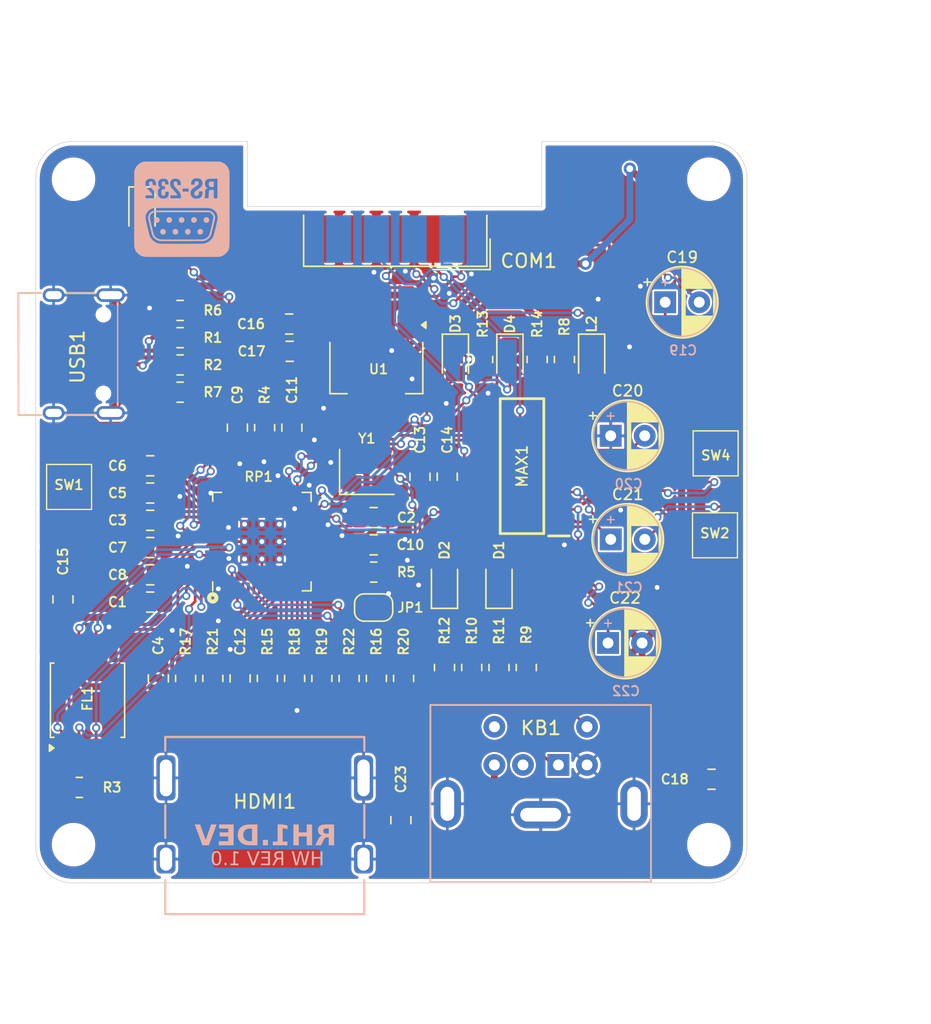
<source format=kicad_pcb>
(kicad_pcb (version 20240108) (generator "pcbnew") (generator_version "8.0")
  (title_block (title "Versa") (date "2024-12-29") (rev "1.0") (company "Mikhail Matveev") (comment 1 "https://github.com/xtremespb/versa"))
  (layers (0 "F.Cu" signal) (31 "B.Cu" signal) (34 "B.Paste" user) (35 "F.Paste" user) (36 "B.SilkS" user "B.Silkscreen") (37 "F.SilkS" user "F.Silkscreen") (38 "B.Mask" user) (39 "F.Mask" user) (44 "Edge.Cuts" user))
  (net 0 "")
  (net 1 "GND")
  (net 2 "Net-(C14-Pad1)")
  (net 3 "/RS232/C2-")
  (net 4 "/RS232/C2+")
  (net 5 "/RS232/V-")
  (net 6 "Net-(RP1-VREG_VOUT)")
  (net 7 "+3V3")
  (net 8 "/RP2040/XIN")
  (net 9 "/RS232/C1+")
  (net 10 "VBUS")
  (net 11 "/RS232/C1-")
  (net 12 "/RS232/V+")
  (net 13 "/PS2_CLK")
  (net 14 "/PS2_DATA")
  (net 15 "Net-(COM1-Pad1)")
  (net 16 "/RS232/RTS_IN")
  (net 17 "/RP2040/QSPI_SCLK")
  (net 18 "/RP2040/QSPI_SD3")
  (net 19 "/RP2040/QSPI_SD2")
  (net 20 "/RP2040/QSPI_SS")
  (net 21 "/RP2040/QSPI_SD1")
  (net 22 "/RP2040/QSPI_SD0")
  (net 23 "/RS232/TX_IN")
  (net 24 "/RS232/CTS_IN")
  (net 25 "/RS232/RX_IN")
  (net 26 "/CTS_PICO")
  (net 27 "/RS232/CTS_MAX")
  (net 28 "/RX_PICO")
  (net 29 "/RS232/RX_MAX")
  (net 30 "/RTS_PICO")
  (net 31 "/TX_PICO")
  (net 32 "/RP2040/GPIO28")
  (net 33 "/BTN_DEF")
  (net 34 "/RP2040/GPIO20")
  (net 35 "/RP2040/GPIO26")
  (net 36 "/RP2040/GPIO21")
  (net 37 "/RP2040/GPIO5")
  (net 38 "/RP2040/GPIO27")
  (net 39 "/RP2040/GPIO3")
  (net 40 "/RP2040/GPIO2")
  (net 41 "/RP2040/GPIO4")
  (net 42 "Net-(KB1-Pad5)")
  (net 43 "Net-(KB1-Pad1)")
  (net 46 "Net-(L1-A)")
  (net 47 "Net-(L2-A)")
  (net 48 "Net-(RP1-USB_DP)")
  (net 49 "/D+")
  (net 50 "/D-")
  (net 51 "Net-(RP1-USB_DM)")
  (net 52 "/RP2040/~{USB_BOOT}")
  (net 53 "/RP2040/GPIO25")
  (net 54 "/RP2040/XOUT")
  (net 55 "Net-(USB1-CC1)")
  (net 56 "Net-(USB1-CC2)")
  (net 57 "/HDMI_D0N")
  (net 58 "/RP2040/GPIO24")
  (net 59 "/JMP_HDMI")
  (net 60 "/RP2040/GPIO29")
  (net 61 "Net-(HDMI1-D0N)")
  (net 62 "Net-(HDMI1-D2N)")
  (net 63 "/RP2040/SWD")
  (net 64 "/HDMI_D2N")
  (net 65 "/RP2040/SWCLK")
  (net 66 "/RUN")
  (net 67 "/RP2040/GPIO22")
  (net 68 "Net-(HDMI1-CLKN)")
  (net 69 "/HDMI_CLKN")
  (net 70 "/HDMI_D0P")
  (net 71 "/RP2040/GPIO23")
  (net 72 "Net-(HDMI1-D0P)")
  (net 75 "/HDMI_D1N")
  (net 76 "Net-(HDMI1-D1N)")
  (net 77 "Net-(HDMI1-D2P)")
  (net 78 "/HDMI_D2P")
  (net 79 "Net-(HDMI1-CLKP)")
  (net 80 "/HDMI_CLKP")
  (net 81 "/HDMI_D1P")
  (net 82 "Net-(HDMI1-D1P)")
  (footprint "LIBS:Medved_R_0805" (layer "F.Cu") (at 168.8 99.4)
    (property "Reference" "R3")
    (property "Value" "1k")
  )
  (footprint "LIBS:Medved_C_0805" (layer "F.Cu") (at 167.6 85.6 90)
    (property "Reference" "C15")
    (property "Value" "100n")
  )
  (footprint "LIBS:Medved_C_0805" (layer "F.Cu") (at 215.2 98.8)
    (property "Reference" "C18")
    (property "Value" "0.1u")
  )
  (footprint "LIBS:Medved_C_0805" (layer "F.Cu") (at 174 75.8 180)
    (property "Reference" "C6")
    (property "Value" "100n")
  )
  (footprint "LIBS:Button_SMD_3x3x2" (layer "F.Cu") (at 217.15 73.24 -90)
    (property "Reference" "SW4")
    (property "Value" "Reset Button" (hide yes))
  )
  (footprint "LIBS:Medved_L_0805" (layer "F.Cu") (at 206.4 68 -90)
    (property "Reference" "L2")
    (property "Value" "GREEN")
  )
  (footprint "MountingHole:MountingHole_2.7mm" (layer "F.Cu") (at 215 103.6)
    (property "Reference" "H2" (hide yes))
    (property "Value" "MountingHole")
  )
  (footprint "LIBS:Medved_SOT-223-3_TabPin2" (layer "F.Cu") (at 190.6 68.6 -90)
    (property "Reference" "U1")
    (property "Value" "NCP1117-3.3_SOT223")
  )
  (footprint "LIBS:Medved_R_0805" (layer "F.Cu") (at 176.2 68.4)
    (property "Reference" "R2")
    (property "Value" "27")
  )
  (footprint "LIBS:Medved_C_0805" (layer "F.Cu") (at 174 81.8 180)
    (property "Reference" "C7")
    (property "Value" "100n")
  )
  (footprint "LIBS:Medved_R_0805" (layer "F.Cu") (at 186.6 91.4 90)
    (property "Reference" "R19")
    (property "Value" "270R")
  )
  (footprint "LIBS:Medved_R_0805" (layer "F.Cu") (at 190.4 83.6)
    (property "Reference" "R5")
    (property "Value" "1k")
  )
  (footprint "LIBS:Medved_CP_Radial_D5.0mm_P2.50mm" (layer "F.Cu") (at 207.6 88.8)
    (property "Reference" "C22")
    (property "Value" "1u")
  )
  (footprint "LIBS:Medved_R_0805" (layer "F.Cu") (at 204.4 68 90)
    (property "Reference" "R8")
    (property "Value" "1K")
  )
  (footprint "LIBS:SOIC127P600X175-16N" (layer "F.Cu") (at 201.288 75.825 180)
    (property "Reference" "MAX1")
    (property "Value" "MAX232CSE+" (hide yes))
  )
  (footprint "LIBS:Medved_CP_Radial_D5.0mm_P2.50mm" (layer "F.Cu") (at 207.8 81.2)
    (property "Reference" "C21")
    (property "Value" "1u")
  )
  (footprint "LIBS:Medved_R_0805" (layer "F.Cu") (at 178.6 91.4 90)
    (property "Reference" "R21")
    (property "Value" "270R")
  )
  (footprint "LIBS:Medved_R_0805" (layer "F.Cu") (at 201.6 90.6 -90)
    (property "Reference" "R9")
    (property "Value" "1k")
  )
  (footprint "LIBS:Medved_Jumper_Solder" (layer "F.Cu") (at 190.4 86.2)
    (property "Reference" "JP1")
    (property "Value" "HDMI_DEF")
  )
  (footprint "LIBS:Medved_R_0805" (layer "F.Cu") (at 197.6 90.6 -90)
    (property "Reference" "R10")
    (property "Value" "1k")
  )
  (footprint "LIBS:Medved_CP_Radial_D5.0mm_P2.50mm" (layer "F.Cu") (at 207.794888 73.6)
    (property "Reference" "C20")
    (property "Value" "1u")
  )
  (footprint "LIBS:Medved_D_0805" (layer "F.Cu") (at 199.6 84.4 90)
    (property "Reference" "D1")
    (property "Value" "3V3")
  )
  (footprint "LIBS:Medved_R_0805" (layer "F.Cu") (at 184.6 91.4 90)
    (property "Reference" "R18")
    (property "Value" "270R")
  )
  (footprint "LIBS:Button_SMD_3x3x2" (layer "F.Cu") (at 213.8 82.55 90)
    (property "Reference" "SW2")
    (property "Value" "Button" (hide yes))
  )
  (footprint "LIBS:Medved_C_0805" (layer "F.Cu") (at 174 83.8 180)
    (property "Reference" "C8")
    (property "Value" "100n")
  )
  (footprint "LIBS:Medved_C_0805" (layer "F.Cu") (at 174 79.8 180)
    (property "Reference" "C3")
    (property "Value" "1u")
  )
  (footprint "LIBS:Medved_R_0805" (layer "F.Cu") (at 182.4 73 -90)
    (property "Reference" "R4")
    (property "Value" "1K")
  )
  (footprint "LIBS:Medved_C_0805" (layer "F.Cu") (at 195.8 76.6 90)
    (property "Reference" "C14")
    (property "Value" "15p")
  )
  (footprint "LIBS:Connector_Mini-DIN_Female_6Pin_2rows" (layer "F.Cu") (at 203.96 97.75)
    (property "Reference" "KB1")
    (property "Value" "PS/2")
  )
  (footprint "LIBS:Medved_C_0805" (layer "F.Cu") (at 193.8 76.6 90)
    (property "Reference" "C13")
    (property "Value" "15p")
  )
  (footprint "LIBS:Button_SMD_3x3x2" (layer "F.Cu") (at 166.4 79 90)
    (property "Reference" "SW1")
    (property "Value" "Flash Button" (hide yes))
  )
  (footprint "LIBS:Medved_C_0805" (layer "F.Cu") (at 174.6 91.4 -90)
    (property "Reference" "C4")
    (property "Value" "100n")
  )
  (footprint "LIBS:Medved_D_0805" (layer "F.Cu") (at 195.6 84.4 90)
    (property "Reference" "D2")
    (property "Value" "3V3")
  )
  (footprint "LIBS:USB-TYPE-C-31-M-12_lib2" (layer "F.Cu") (at 164.315 67.6 -90)
    (property "Reference" "USB1")
    (property "Value" "USB Type C")
  )
  (footprint "LIBS:Medved_C_0805" (layer "F.Cu") (at 184.2 65.4 180)
    (property "Reference" "C16")
    (property "Value" "10u")
  )
  (footprint "LIBS:Medved_CRYSTAL_3225" (layer "F.Cu") (at 189.9 76.25)
    (property "Reference" "Y1")
    (property "Value" "12 MHz")
  )
  (footprint "LIBS:Medved_CP_Radial_D5.0mm_P2.50mm" (layer "F.Cu") (at 211.794888 63.8)
    (property "Reference" "C19")
    (property "Value" "1u")
  )
  (footprint "LIBS:Medved_L_0805" (layer "F.Cu") (at 173.4 57.2 -90)
    (property "Reference" "L1")
    (property "Value" "LED")
  )
  (footprint "LIBS:Medved_C_0805" (layer "F.Cu") (at 180.6 91.4 -90)
    (property "Reference" "C12")
    (property "Value" "100n")
  )
  (footprint "LIBS:Medved_C_0805" (layer "F.Cu") (at 190.4 79.6)
    (property "Reference" "C2")
    (property "Value" "100n")
  )
  (footprint "LIBS:Medved_D_0805" (layer "F.Cu") (at 200.4 68 -90)
    (property "Reference" "D4")
    (property "Value" "1N4148")
  )
  (footprint "LIBS:Medved_C_0805" (layer "F.Cu") (at 190.4 81.6)
    (property "Reference" "C10")
    (property "Value" "100n")
  )
  (footprint "LIBS:Medved_R_0805" (layer "F.Cu") (at 195.6 90.6 90)
    (property "Reference" "R12")
    (property "Value" "100R")
  )
  (footprint "MountingHole:MountingHole_2.7mm" (layer "F.Cu") (at 215 54.775)
    (property "Reference" "H3" (hide yes))
    (property "Value" "MountingHole")
  )
  (footprint "LIBS:RP2040-QFN-56" (layer "F.Cu") (at 182.2 81.3625 90)
    (property "Reference" "RP1")
    (property "Value" "RP2040")
  )
  (footprint "MountingHole:MountingHole_2.7mm" (layer "F.Cu") (at 168.375 103.6)
    (property "Reference" "H1" (hide yes))
    (property "Value" "MountingHole")
  )
  (footprint "LIBS:Medved_R_0805" (layer "F.Cu") (at 188.6 91.4 90)
    (property "Reference" "R22")
    (property "Value" "270R")
  )
  (footprint "LIBS:Medved_R_0805" (layer "F.Cu") (at 199.6 90.6 90)
    (property "Reference" "R11")
    (property "Value" "100R")
  )
  (footprint "LIBS:Medved_C_0805" (layer "F.Cu") (at 184.4 73 90)
    (property "Reference" "C11")
    (property "Value" "100n")
  )
  (footprint "LIBS:Medved_R_0805" (layer "F.Cu") (at 182.6 91.4 90)
    (property "Reference" "R15")
    (property "Value" "270R")
  )
  (footprint "MountingHole:MountingHole_2.7mm" (layer "F.Cu") (at 168.375 54.775)
    (property "Reference" "H4" (hide yes))
    (property "Value" "MountingHole")
  )
  (footprint "LIBS:Medved_R_0805" (layer "F.Cu") (at 176.2 70.4 180)
    (property "Reference" "R7")
    (property "Value" "5.1K")
  )
  (footprint "LIBS:Medved_R_0805" (layer "F.Cu") (at 198.4 68 90)
    (property "Reference" "R13")
    (property "Value" "1K")
  )
  (footprint "LIBS:Medved_R_0805" (layer "F.Cu") (at 176.6 91.4 90)
    (property "Reference" "R17")
    (property "Value" "270R")
  )
  (footprint "LIBS:Medved_R_0805" (layer "F.Cu") (at 192.6 91.4 90)
    (property "Reference" "R20")
    (property "Value" "270R")
  )
  (footprint "LIBS:Medved_C_0805" (layer "F.Cu") (at 192.4 101.8 90)
    (property "Reference" "C23")
    (property "Value" "0.1u")
  )
  (footprint "LIBS:Medved_R_0805" (layer "F.Cu") (at 202.4 68 90)
    (property "Reference" "R14")
    (property "Value" "1K")
  )
  (footprint "LIBS:Medved_R_0805" (layer "F.Cu") (at 176.2 66.4)
    (property "Reference" "R1")
    (property "Value" "27")
  )
  (footprint "LIBS:Medved_SOIC-8_5.23x5.23mm_P1.27mm" (layer "F.Cu") (at 169.4 93 90)
    (property "Reference" "FL1")
    (property "Value" "W25Q128JVS")
  )
  (footprint "LIBS:Medved_C_0805" (layer "F.Cu") (at 174 85.8 180)
    (property "Reference" "C1")
    (property "Value" "100n")
  )
  (footprint "LIBS:Medved_R_0805" (layer "F.Cu") (at 190.6 91.4 90)
    (property "Reference" "R16")
    (property "Value" "270R")
  )
  (footprint "LIBS:Medved_R_0805" (layer "F.Cu") (at 176.2 64.4 180)
    (property "Reference" "R6")
    (property "Value" "5.1K")
  )
  (footprint "LIBS:Medved_C_0805" (layer "F.Cu") (at 180.4 73 90)
    (property "Reference" "C9")
    (property "Value" "100n")
  )
  (footprint "LIBS:DSUB-9" (layer "F.Cu") (at 191.985 59.1625 180)
    (property "Reference" "COM1")
    (property "Value" "RS232")
  )
  (footprint "LIBS:HDMI" (layer "F.Cu") (at 182.41 98.7)
    (property "Reference" "HDMI1")
    (property "Value" "HDMI")
  )
  (footprint "LIBS:Medved_D_0805" (layer "F.Cu") (at 196.4 68 -90)
    (property "Reference" "D3")
    (property "Value" "1N4148")
  )
  (footprint "LIBS:Medved_C_0805" (layer "F.Cu") (at 174 77.8 180)
    (property "Reference" "C5")
    (property "Value" "1u")
  )
  (footprint "LIBS:Medved_C_0805" (layer "F.Cu") (at 184.2375 67.4 180)
    (property "Reference" "C17")
    (property "Value" "10u")
  )
  (footprint "LIBS:RS232_LOGO" (layer "B.Cu") (at 176.325 56.975 180)
    (property "Reference" "G***" (hide yes))
    (property "Value" "LOGO" (hide yes))
  )
  (gr_arc (start 165.6 54.7) (mid 166.390812 52.790812) (end 168.3 52) (stroke (width 0.05)) (layer "Edge.Cuts"))
  (gr_arc (start 217.8 103.7) (mid 217.009188 105.609188) (end 215.1 106.4) (stroke (width 0.05)) (layer "Edge.Cuts"))
  (gr_line (start 168.3 52) (end 181.125024 52) (stroke (width 0.05)) (layer "Edge.Cuts"))
  (gr_line (start 202.725 51.999935) (end 215.1 52) (stroke (width 0.05)) (layer "Edge.Cuts"))
  (gr_line (start 217.8 54.7) (end 217.8 103.7) (stroke (width 0.05)) (layer "Edge.Cuts"))
  (gr_line (start 168.3 106.4) (end 215.1 106.4) (stroke (width 0.05)) (layer "Edge.Cuts"))
  (gr_line (start 202.725 56.777482) (end 181.125 56.777482) (stroke (width 0.05)) (layer "Edge.Cuts"))
  (gr_arc (start 215.1 52) (mid 217.009188 52.790812) (end 217.8 54.7) (stroke (width 0.05)) (layer "Edge.Cuts"))
  (gr_line (start 165.6 54.7) (end 165.6 103.7) (stroke (width 0.05)) (layer "Edge.Cuts"))
  (gr_arc (start 168.3 106.4) (mid 166.390812 105.609188) (end 165.6 103.7) (stroke (width 0.05)) (layer "Edge.Cuts"))
  (gr_line (start 202.725 56.777482) (end 202.725 51.999935) (stroke (width 0.05)) (layer "Edge.Cuts"))
  (gr_line (start 181.125 56.777482) (end 181.125024 52) (stroke (width 0.05)) (layer "Edge.Cuts"))
  (gr_text "HW REV 1.0" (at 182.6 105.275 0) (layer "B.Cu") (effects (font (size 1 1)) (justify bottom mirror)))
  (gr_text "RH1.DEV" (at 182.475 103.9 0) (layer "B.SilkS") (effects (font (size 1.5 1.5) (thickness 0.2) (bold yes)) (justify bottom mirror)))
  (gr_text "HW REV 1.0" (at 182.6 105.275 0) (layer "B.SilkS") (effects (font (size 1 1)) (justify bottom mirror)))
  (segment (start 171.095 71.74) (end 172.01 70.825) (width 0.5) (layer "F.Cu") (net 1))
  (segment (start 171.095 63.28) (end 171.095 63.46) (width 0.5) (layer "F.Cu") (net 1))
  (segment (start 171.095 71.92) (end 171.095 71.74) (width 0.5) (layer "F.Cu") (net 1))
  (segment (start 171.095 63.46) (end 172.01 64.375) (width 0.5) (layer "F.Cu") (net 1))
  (via (at 179 84.825) (size 0.6) (drill 0.35) (layers "F.Cu" "B.Cu") (net 1))
  (via (at 178.45 77.8) (size 0.6) (drill 0.35) (layers "F.Cu" "B.Cu") (net 1))
  (via (at 195.95 63.15) (size 0.6) (drill 0.35) (layers "F.Cu" "B.Cu") (net 1))
  (via (at 186.725 71.575) (size 0.6) (drill 0.35) (layers "F.Cu" "B.Cu") (net 1))
  (via (at 188.275 79.075) (size 0.6) (drill 0.35) (layers "F.Cu" "B.Cu") (net 1))
  (via (at 173.95 64.225) (size 0.6) (drill 0.35) (layers "F.Cu" "B.Cu") (net 1))
  (via (at 192.725 61.525) (size 0.6) (drill 0.35) (layers "F.Cu" "B.Cu") (net 1))
  (via (at 193.225 69.425) (size 0.6) (drill 0.35) (layers "F.Cu" "B.Cu") (net 1))
  (via (at 176.725 83.175) (size 0.6) (drill 0.35) (layers "F.Cu" "B.Cu") (net 1))
  (via (at 198.8 70.475) (size 0.6) (drill 0.35) (layers "F.Cu" "B.Cu") (net 1))
  (via (at 179.875 89.275) (size 0.6) (drill 0.35) (layers "F.Cu" "B.Cu") (net 1))
  (via (at 206.875 63.575) (size 0.6) (drill 0.35) (layers "F.Cu" "B.Cu") (net 1))
  (via (at 192.7 81.2) (size 0.6) (drill 0.35) (layers "F.Cu" "B.Cu") (net 1))
  (via (at 194.8 62.025) (size 0.6) (drill 0.35) (layers "F.Cu" "B.Cu") (net 1))
  (via (at 176.175 78.05) (size 0.6) (drill 0.35) (layers "F.Cu" "B.Cu") (net 1))
  (via (at 197.575 61.725) (size 0.6) (drill 0.35) (layers "F.Cu" "B.Cu") (net 1))
  (via (at 182.35 75.5) (size 0.6) (drill 0.35) (layers "F.Cu" "B.Cu") (net 1))
  (via (at 191.725 67.35) (size 0.6) (drill 0.35) (layers "F.Cu" "B.Cu") (net 1))
  (via (at 211.2 84.725) (size 0.6) (drill 0.35) (layers "F.Cu" "B.Cu") (net 1))
  (via (at 208.525 79.05) (size 0.6) (drill 0.35) (layers "F.Cu" "B.Cu") (net 1))
  (via (at 179 87.175) (size 0.6) (drill 0.35) (layers "F.Cu" "B.Cu") (net 1))
  (via (at 193.7 84.55) (size 0.6) (drill 0.35) (layers "F.Cu" "B.Cu") (net 1))
  (via (at 190.425 61.6) (size 0.6) (drill 0.35) (layers "F.Cu" "B.Cu") (net 1))
  (via (at 186.05 73.9) (size 0.6) (drill 0.35) (layers "F.Cu" "B.Cu") (net 1))
  (via (at 175.625 87.875) (size 0.6) (drill 0.35) (layers "F.Cu" "B.Cu") (net 1))
  (via (at 184.775 93.75) (size 0.6) (drill 0.35) (layers "F.Cu" "B.Cu") (net 1))
  (via (at 209.175 67.075) (size 0.6) (drill 0.35) (layers "F.Cu" "B.Cu") (net 1))
  (via (at 195.725 71.225) (size 0.6) (drill 0.35) (layers "F.Cu" "B.Cu") (net 1))
  (via (at 180.575 75.65) (size 0.6) (drill 0.35) (layers "F.Cu" "B.Cu") (net 1))
  (via (at 179.775 82.6) (size 0.6) (drill 0.35) (layers "F.Cu" "B.Cu") (net 1))
  (via (at 183.375 76.525) (size 0.6) (drill 0.35) (layers "F.Cu" "B.Cu") (net 1))
  (via (at 179.75 80.325) (size 0.6) (drill 0.35) (layers "F.Cu" "B.Cu") (net 1))
  (via (at 187.25 75.55) (size 0.6) (drill 0.35) (layers "F.Cu" "B.Cu") (net 1))
  (via (at 170.975 87.625) (size 0.6) (drill 0.35) (layers "F.Cu" "B.Cu") (net 1))
  (via (at 187.05 80.125) (size 0.6) (drill 0.35) (layers "F.Cu" "B.Cu") (net 1))
  (via (at 176.05 80.95) (size 0.6) (drill 0.35) (layers "F.Cu" "B.Cu") (net 1))
  (via (at 204.4 81.6) (size 0.6) (drill 0.35) (layers "F.Cu" "B.Cu") (net 1))
  (via (at 209.975 62.625) (size 0.6) (drill 0.35) (layers "F.Cu" "B.Cu") (net 1))
  (via (at 188.075 80.925) (size 0.6) (drill 0.35) (layers "F.Cu" "B.Cu") (net 1))
  (via (at 185.675 77.225) (size 0.6) (drill 0.35) (layers "F.Cu" "B.Cu") (net 1))
  (via (at 184.6 78.95) (size 0.6) (drill 0.35) (layers "F.Cu" "B.Cu") (net 1))
  (via (at 191.5 85.175) (size 0.6) (drill 0.35) (layers "F.Cu" "B.Cu") (net 1))
  (via (at 192.875 82.725) (size 0.6) (drill 0.35) (layers "F.Cu" "B.Cu") (net 1))
  (segment (start 193.240463 78.670994) (end 193.45 78.880531) (width 0.2) (layer "F.Cu") (net 2))
  (segment (start 192.35 76.75) (end 191 75.4) (width 0.2) (layer "F.Cu") (net 2))
  (segment (start 192.65 82.175) (end 192.647182 82.175) (width 0.2) (layer "F.Cu") (net 2))
  (segment (start 194.9625 76.8) (end 192.4 76.8) (width 0.2) (layer "F.Cu") (net 2))
  (segment (start 192.4 76.8) (end 192.35 76.75) (width 0.2) (layer "F.Cu") (net 2))
  (segment (start 195.8 77.6375) (end 194.9625 76.8) (width 0.2) (layer "F.Cu") (net 2))
  (segment (start 193.45 78.880531) (end 193.45 81.375) (width 0.2) (layer "F.Cu") (net 2))
  (segment (start 193.45 81.375) (end 192.65 82.175) (width 0.2) (layer "F.Cu") (net 2))
  (segment (start 192.647182 82.175) (end 191.4 83.422182) (width 0.2) (layer "F.Cu") (net 2))
  (segment (start 191.4 83.422182) (end 191.4 83.6) (width 0.2) (layer "F.Cu") (net 2))
  (via (at 192.35 76.75) (size 0.6) (drill 0.35) (layers "F.Cu" "B.Cu") (net 2))
  (via (at 193.240463 78.670994) (size 0.6) (drill 0.35) (layers "F.Cu" "B.Cu") (net 2))
  (segment (start 193.240463 78.670994) (end 193.240463 77.690463) (width 0.2) (layer "B.Cu") (net 2))
  (segment (start 193.240463 77.690463) (end 192.4 76.85) (width 0.2) (layer "B.Cu") (net 2))
  (segment (start 208.625 66.847182) (end 208.925 66.547182) (width 0.2) (layer "F.Cu") (net 3))
  (segment (start 204 75.19) (end 203.6825 75.19) (width 0.2) (layer "F.Cu") (net 3))
  (segment (start 205.0125 73.225) (end 205.0125 72.891483) (width 0.2) (layer "F.Cu") (net 3))
  (segment (start 208.925 68.978983) (end 208.925 67.602818) (width 0.2) (layer "F.Cu") (net 3))
  (segment (start 209.825 61.45) (end 211.45 61.45) (width 0.2) (layer "F.Cu") (net 3))
  (segment (start 208.925 62.35) (end 209.825 61.45) (width 0.2) (layer "F.Cu") (net 3))
  (segment (start 208.625 67.302818) (end 208.625 66.847182) (width 0.2) (layer "F.Cu") (net 3))
  (segment (start 202.9875 74.495) (end 202.9875 73.345) (width 0.2) (layer "F.Cu") (net 3))
  (segment (start 208.925 66.547182) (end 208.925 62.35) (width 0.2) (layer "F.Cu") (net 3))
  (segment (start 208.925 67.602818) (end 208.625 67.302818) (width 0.2) (layer "F.Cu") (net 3))
  (segment (start 211.45 61.45) (end 212 62) (width 0.2) (layer "F.Cu") (net 3))
  (segment (start 202.9875 73.345) (end 204.8925 73.345) (width 0.2) (layer "F.Cu") (net 3))
  (segment (start 205.0125 72.891483) (end 208.925 68.978983) (width 0.2) (layer "F.Cu") (net 3))
  (segment (start 203.6825 75.19) (end 202.9875 74.495) (width 0.2) (layer "F.Cu") (net 3))
  (segment (start 204.8925 73.345) (end 205.0125 73.225) (width 0.2) (layer "F.Cu") (net 3))
  (via (at 212 62) (size 0.6) (drill 0.35) (layers "F.Cu" "B.Cu") (net 3))
  (segment (start 212.494888 62) (end 214.294888 63.8) (width 0.2) (layer "B.Cu") (net 3))
  (segment (start 212 62) (end 212.494888 62) (width 0.2) (layer "B.Cu") (net 3))
  (segment (start 209.54 76.46) (end 211.794888 74.205112) (width 0.2) (layer "F.Cu") (net 4))
  (segment (start 204 76.46) (end 209.54 76.46) (width 0.2) (layer "F.Cu") (net 4))
  (segment (start 211.794888 74.205112) (end 211.794888 63.8) (width 0.2) (layer "F.Cu") (net 4))
  (segment (start 205.12 73.92) (end 204 73.92) (width 0.2) (layer "F.Cu") (net 5))
  (segment (start 205.85 74.65) (end 205.12 73.92) (width 0.2) (layer "F.Cu") (net 5))
  (segment (start 210.294888 73.6) (end 209.244888 74.65) (width 0.2) (layer "F.Cu") (net 5))
  (segment (start 209.244888 74.65) (end 205.85 74.65) (width 0.2) (layer "F.Cu") (net 5))
  (segment (start 187.727818 80.225) (end 187.190318 80.7625) (width 0.2) (layer "F.Cu") (net 6))
  (segment (start 175.9 84.464034) (end 175.9 82.994974) (width 0.2) (layer "F.Cu") (net 6))
  (segment (start 179.259682 81.5625) (end 178.7625 81.5625) (width 0.2) (layer "F.Cu") (net 6))
  (segment (start 175.0375 85.8) (end 175.0375 85.326534) (width 0.2) (layer "F.Cu") (net 6))
  (segment (start 177.144974 81.75) (end 178.11185 81.75) (width 0.2) (layer "F.Cu") (net 6))
  (segment (start 185.07319 80.7625) (end 185.6375 80.7625) (width 0.2) (layer "F.Cu") (net 6))
  (segment (start 188.7375 80.225) (end 187.727818 80.225) (width 0.2) (layer "F.Cu") (net 6))
  (segment (start 180.35 80.85) (end 179.95 81.25) (width 0.2) (layer "F.Cu") (net 6))
  (segment (start 189.3625 79.6) (end 188.7375 80.225) (width 0.2) (layer "F.Cu") (net 6))
  (segment (start 180 79.5625) (end 180.05 79.5125) (width 0.2) (layer "F.Cu") (net 6))
  (segment (start 187.190318 80.7625) (end 185.6375 80.7625) (width 0.2) (layer "F.Cu") (net 6))
  (segment (start 178.7625 79.5625) (end 180 79.5625) (width 0.2) (layer "F.Cu") (net 6))
  (segment (start 180.05 79.5125) (end 183.82319 79.5125) (width 0.2) (layer "F.Cu") (net 6))
  (segment (start 178.11185 81.75) (end 178.29935 81.5625) (width 0.2) (layer "F.Cu") (net 6))
  (segment (start 180 79.5625) (end 180.35 79.9125) (width 0.2) (layer "F.Cu") (net 6))
  (segment (start 178.29935 81.5625) (end 178.7625 81.5625) (width 0.2) (layer "F.Cu") (net 6))
  (segment (start 180.35 79.9125) (end 180.35 80.85) (width 0.2) (layer "F.Cu") (net 6))
  (segment (start 175.275 79.5625) (end 178.7625 79.5625) (width 0.2) (layer "F.Cu") (net 6))
  (segment (start 183.82319 79.5125) (end 185.07319 80.7625) (width 0.2) (layer "F.Cu") (net 6))
  (segment (start 175.9 82.994974) (end 177.144974 81.75) (width 0.2) (layer "F.Cu") (net 6))
  (segment (start 179.572182 81.25) (end 179.259682 81.5625) (width 0.2) (layer "F.Cu") (net 6))
  (segment (start 179.95 81.25) (end 179.572182 81.25) (width 0.2) (layer "F.Cu") (net 6))
  (segment (start 175.0375 79.8) (end 175.275 79.5625) (width 0.2) (layer "F.Cu") (net 6))
  (segment (start 175.0375 85.326534) (end 175.9 84.464034) (width 0.2) (layer "F.Cu") (net 6))
  (segment (start 197.2 65.4) (end 198.6 64) (width 0.5) (layer "F.Cu") (net 7))
  (segment (start 179.5625 91.4) (end 180.6 90.3625) (width 0.5) (layer "F.Cu") (net 7))
  (segment (start 176.2 75.8) (end 175.0375 75.8) (width 0.5) (layer "F.Cu") (net 7))
  (segment (start 181.4 73) (end 180.4 74) (width 0.5) (layer "F.Cu") (net 7))
  (segment (start 179.6 85.3625) (end 174.6 90.3625) (width 0.2) (layer "F.Cu") (net 7))
  (segment (start 184.4 74.0375) (end 184.394975 74.042525) (width 0.5) (layer "F.Cu") (net 7))
  (segment (start 188.7875 82.175) (end 188.469974 82.175) (width 0.2) (layer "F.Cu") (net 7))
  (segment (start 198.6 64) (end 201.4 64) (width 0.5) (layer "F.Cu") (net 7))
  (segment (start 174.6 90.3625) (end 175.6375 91.4) (width 0.5) (layer "F.Cu") (net 7))
  (segment (start 185.275 67.4) (end 188.65 67.4) (width 0.5) (layer "F.Cu") (net 7))
  (segment (start 167.495 86.7425) (end 167.6 86.6375) (width 0.5) (layer "F.Cu") (net 7))
  (segment (start 183.35 75.0875) (end 183.35 75.35) (width 0.2) (layer "F.Cu") (net 7))
  (segment (start 167.495 89.4) (end 167.495 86.7425) (width 0.5) (layer "F.Cu") (net 7))
  (segment (start 189.092893 78.1) (end 189.442893 78.45) (width 0.5) (layer "F.Cu") (net 7))
  (segment (start 176.1125 81.8) (end 175.0375 81.8) (width 0.2) (layer "F.Cu") (net 7))
  (segment (start 187.7 77.5) (end 187.7 78.1) (width 0.5) (layer "F.Cu") (net 7))
  (segment (start 180.4 74.0375) (end 179.6 74.8375) (width 0.2) (layer "F.Cu") (net 7))
  (segment (start 174 78.8375) (end 174 80.7625) (width 0.5) (layer "F.Cu") (net 7))
  (segment (start 175.0375 81.8) (end 175.0375 83.8) (width 0.5) (layer "F.Cu") (net 7))
  (segment (start 167.8875 86.925) (end 173.576166 86.925) (width 0.5) (layer "F.Cu") (net 7))
  (segment (start 175.6375 91.4) (end 179.5625 91.4) (width 0.5) (layer "F.Cu") (net 7))
  (segment (start 190.6 71.75) (end 189.35 73) (width 0.5) (layer "F.Cu") (net 7))
  (segment (start 177.306067 76.906067) (end 176.2 75.8) (width 0.5) (layer "F.Cu") (net 7))
  (segment (start 184.15 73) (end 181.4 73) (width 0.5) (layer "F.Cu") (net 7))
  (segment (start 178.7625 78.7625) (end 177.8125 78.7625) (width 0.2) (layer "F.Cu") (net 7))
  (segment (start 183.2 85.589949) (end 183.2 84.8) (width 0.2) (layer "F.Cu") (net 7))
  (segment (start 179.6 74.8375) (end 179.6 77.925) (width 0.2) (layer "F.Cu") (net 7))
  (segment (start 174.05 84.7875) (end 175.0375 83.8) (width 0.5) (layer "F.Cu") (net 7))
  (segment (start 197.2 65.4) (end 198.4 66.6) (width 0.5) (layer "F.Cu") (net 7))
  (segment (start 180.6 88.189948) (end 182.394974 86.394974) (width 0.2) (layer "F.Cu") (net 7))
  (segment (start 177.966875 81.4) (end 178.204375 81.1625) (width 0.2) (layer "F.Cu") (net 7))
  (segment (start 182.944975 85.844974) (end 183.2 85.589949) (width 0.2) (layer "F.Cu") (net 7))
  (segment (start 189.3625 81.6) (end 188.7875 82.175) (width 0.2) (layer "F.Cu") (net 7))
  (segment (start 174 80.7625) (end 175.0375 81.8) (width 0.5) (layer "F.Cu") (net 7))
  (segment (start 190.4 78.898834) (end 190.4 80.5625) (width 0.5) (layer "F.Cu") (net 7))
  (segment (start 178.7625 80.7625) (end 178.0375 80.7625) (width 0.2) (layer "F.Cu") (net 7))
  (segment (start 190.6 70.2) (end 195.4 65.4) (width 0.5) (layer "F.Cu") (net 7))
  (segment (start 179.1625 74.0375) (end 179.1625 76.475982) (width 0.5) (layer "F.Cu") (net 7))
  (segment (start 189.35 73) (end 184.15 73) (width 0.5) (layer "F.Cu") (net 7))
  (segment (start 184.4 74.0375) (end 183.35 75.0875) (width 0.2) (layer "F.Cu") (net 7))
  (segment (start 202.4 65) (end 202.4 67) (width 0.5) (layer "F.Cu") (net 7))
  (segment (start 167.6 86.6375) (end 167.8875 86.925) (width 0.5) (layer "F.Cu") (net 7))
  (segment (start 173.576166 86.925) (end 174.05 86.451166) (width 0.5) (layer "F.Cu") (net 7))
  (segment (start 167.495 90.199999) (end 169.295001 92) (width 0.5) (layer "F.Cu") (net 7))
  (segment (start 183.2 77.46185) (end 183.2 77.925) (width 0.2) (layer "F.Cu") (net 7))
  (segment (start 173.6375 90.3625) (end 174.6 90.3625) (width 0.5) (layer "F.Cu") (net 7))
  (segment (start 183.35 75.35) (end 182.775 75.925) (width 0.2) (layer "F.Cu") (net 7))
  (segment (start 178.732415 76.906067) (end 177.306067 76.906067) (width 0.5) (layer "F.Cu") (net 7))
  (segment (start 188.65 67.4) (end 190.6 65.45) (width 0.5) (layer "F.Cu") (net 7))
  (segment (start 190.4 80.5625) (end 189.3625 81.6) (width 0.5) (layer "F.Cu") (net 7))
  (segment (start 172 92) (end 173.6375 90.3625) (width 0.5) (layer "F.Cu") (net 7))
  (segment (start 195.4 65.4) (end 197.2 65.4) (width 0.5) (layer "F.Cu") (net 7))
  (segment (start 177.7875 81.0125) (end 176.9 81.0125) (width 0.2) (layer "F.Cu") (net 7))
  (segment (start 169.295001 92) (end 172 92) (width 0.5) (layer "F.Cu") (net 7))
  (segment (start 201.4 64) (end 202.4 65) (width 0.5) (layer "F.Cu") (net 7))
  (segment (start 187.7 78.1) (end 189.092893 78.1) (width 0.5) (layer "F.Cu") (net 7))
  (segment (start 184.394975 74.042525) (end 184.394975 75.394975) (width 0.5) (layer "F.Cu") (net 7))
  (segment (start 179.6 84.8) (end 179.6 85.3625) (width 0.2) (layer "F.Cu") (net 7))
  (segment (start 177 81.4) (end 177.966875 81.4) (width 0.2) (layer "F.Cu") (net 7))
  (segment (start 180.6 90.3625) (end 180.6 88.189948) (width 0.2) (layer "F.Cu") (net 7))
  (segment (start 198.4 66.6) (end 198.4 67) (width 0.5) (layer "F.Cu") (net 7))
  (segment (start 174.05 86.451166) (end 174.05 84.7875) (width 0.5) (layer "F.Cu") (net 7))
  (segment (start 167.495 89.4) (end 167.495 90.199999) (width 0.5) (layer "F.Cu") (net 7))
  (segment (start 186.7 76.5) (end 187.7 77.5) (width 0.5) (layer "F.Cu") (net 7))
  (segment (start 188.469974 82.175) (end 187.457474 81.1625) (width 0.2) (layer "F.Cu") (net 7))
  (segment (start 176.4 79.1625) (end 175.0375 77.8) (width 0.2) (layer "F.Cu") (net 7))
  (segment (start 190.6 65.45) (end 190.6 71.75) (width 0.5) (layer "F.Cu") (net 7))
  (segment (start 182.394974 86.394974) (end 182.944975 85.844974) (width 0.2) (layer "F.Cu") (net 7))
  (segment (start 184.4 73.25) (end 184.4 74.0375) (width 0.5) (layer "F.Cu") (net 7))
  (segment (start 175.0375 75.8) (end 175.0375 77.8) (width 0.5) (layer "F.Cu") (net 7))
  (segment (start 176.9 81.0125) (end 176.1125 81.8) (width 0.2) (layer "F.Cu") (net 7))
  (segment (start 182.775 77.03685) (end 183.2 77.46185) (width 0.2) (layer "F.Cu") (net 7))
  (segment (start 189.951166 78.45) (end 190.4 78.898834) (width 0.5) (layer "F.Cu") (net 7))
  (segment (start 180.4 74) (end 180.4 74.0375) (width 0.5) (layer "F.Cu") (net 7))
  (segment (start 185.5 76.5) (end 186.7 76.5) (width 0.5) (layer "F.Cu") (net 7))
  (segment (start 175.0375 83.3625) (end 177 81.4) (width 0.2) (layer "F.Cu") (net 7))
  (segment (start 190.6 71.75) (end 190.6 70.2) (width 0.5) (layer "F.Cu") (net 7))
  (segment (start 202.4 67) (end 204.4 67) (width 0.5) (layer "F.Cu") (net 7))
  (segment (start 178.0375 80.7625) (end 177.7875 81.0125) (width 0.2) (layer "F.Cu") (net 7))
  (segment (start 182.775 75.925) (end 182.775 77.03685) (width 0.2) (layer "F.Cu") (net 7))
  (segment (start 184.15 73) (end 184.4 73.25) (width 0.5) (layer "F.Cu") (net 7))
  (segment (start 178.7625 79.1625) (end 176.4 79.1625) (width 0.2) (layer "F.Cu") (net 7))
  (segment (start 177.8125 78.7625) (end 175.0375 75.9875) (width 0.2) (layer "F.Cu") (net 7))
  (segment (start 180.4 74.0375) (end 179.1625 74.0375) (width 0.5) (layer "F.Cu") (net 7))
  (segment (start 175.0375 83.8) (end 175.0375 83.3625) (width 0.2) (layer "F.Cu") (net 7))
  (segment (start 175.0375 75.9875) (end 175.0375 75.8) (width 0.2) (layer "F.Cu") (net 7))
  (segment (start 178.204375 81.1625) (end 178.7625 81.1625) (width 0.2) (layer "F.Cu") (net 7))
  (segment (start 187.457474 81.1625) (end 185.6375 81.1625) (width 0.2) (layer "F.Cu") (net 7))
  (segment (start 189.442893 78.45) (end 189.951166 78.45) (width 0.5) (layer "F.Cu") (net 7))
  (segment (start 179.1625 76.475982) (end 178.732415 76.906067) (width 0.5) (layer "F.Cu") (net 7))
  (segment (start 175.0375 77.8) (end 174 78.8375) (width 0.5) (layer "F.Cu") (net 7))
  (segment (start 184.394975 75.394975) (end 185.5 76.5) (width 0.5) (layer "F.Cu") (net 7))
  (segment (start 188.352513 84.066547) (end 188.352513 83.047487) (width 0.2) (layer "F.Cu") (net 8))
  (segment (start 187.267526 81.9625) (end 185.6375 81.9625) (width 0.2) (layer "F.Cu") (net 8))
  (segment (start 192.163526 84.6) (end 188.885966 84.6) (width 0.2) (layer "F.Cu") (net 8))
  (segment (start 188.8 77.1) (end 189.65 77.95) (width 0.2) (layer "F.Cu") (net 8))
  (segment (start 193.8 77.6375) (end 193.8 82.963526) (width 0.2) (layer "F.Cu") (net 8))
  (segment (start 188.885966 84.6) (end 188.352513 84.066547) (width 0.2) (layer "F.Cu") (net 8))
  (segment (start 193.4875 77.95) (end 193.8 77.6375) (width 0.2) (layer "F.Cu") (net 8))
  (segment (start 193.8 82.963526) (end 192.163526 84.6) (width 0.2) (layer "F.Cu") (net 8))
  (segment (start 188.352513 83.047487) (end 187.267526 81.9625) (width 0.2) (layer "F.Cu") (net 8))
  (segment (start 189.65 77.95) (end 193.4875 77.95) (width 0.2) (layer "F.Cu") (net 8))
  (segment (start 204 80.27) (end 206.87 80.27) (width 0.2) (layer "F.Cu") (net 9))
  (segment (start 206.87 80.27) (end 207.8 81.2) (width 0.2) (layer "F.Cu") (net 9))
  (segment (start 208.9 90.6) (end 202.6 90.6) (width 0.5) (layer "F.Cu") (net 10))
  (segment (start 178.41 97.94) (end 178.41 99.49) (width 0.3) (layer "F.Cu") (net 10))
  (segment (start 197.105762 64.575) (end 200.705762 60.975) (width 0.5) (layer "F.Cu") (net 10))
  (segment (start 173.06 70.05) (end 173.135 70.125) (width 0.5) (layer "F.Cu") (net 10))
  (segment (start 185.2375 63.8375) (end 185.2375 65.4) (width 0.5) (layer "F.Cu") (net 10))
  (segment (start 174.4 62.6) (end 184 62.6) (width 0.5) (layer "F.Cu") (net 10))
  (segment (start 201.6 89.6) (end 200.6 90.6) (width 0.5) (layer "F.Cu") (net 10))
  (segment (start 172.18 72.82) (end 170.172208 72.82) (width 0.5) (layer "F.Cu") (net 10))
  (segment (start 170.172208 72.82) (end 167.4 70.047792) (width 0.5) (layer "F.Cu") (net 10))
  (segment (start 210.1 88.8) (end 208.9 90) (width 0.5) (layer "F.Cu") (net 10))
  (segment (start 208.5625 104.4) (end 200.8 104.4) (width 0.5) (layer "F.Cu") (net 10))
  (segment (start 199.26 102.86) (end 199.26 97.75) (width 0.5) (layer "F.Cu") (net 10))
  (segment (start 188.3 64.45) (end 189.475 63.275) (width 0.5) (layer "F.Cu") (net 10))
  (segment (start 185.2375 65.4) (end 188.25 65.4) (width 0.5) (layer "F.Cu") (net 10))
  (segment (start 213 85.9) (end 210.1 88.8) (width 0.5) (layer "F.Cu") (net 10))
  (segment (start 167.4 70.047792) (end 167.4 64.6) (width 0.5) (layer "F.Cu") (net 10))
  (segment (start 169.8 62.2) (end 174 62.2) (width 0.5) (layer "F.Cu") (net 10))
  (segment (start 184 62.6) (end 185.2375 63.8375) (width 0.5) (layer "F.Cu") (net 10))
  (segment (start 197.72 104.4) (end 193.9625 104.4) (width 0.5) (layer "F.Cu") (net 10))
  (segment (start 210.1 97.3) (end 211.6 98.8) (width 0.5) (layer "F.Cu") (net 10))
  (segment (start 172.01 70.05) (end 173.06 70.05) (width 0.5) (layer "F.Cu") (net 10))
  (segment (start 208.9 90) (end 208.9 90.6) (width 0.5) (layer "F.Cu") (net 10))
  (segment (start 202.6 90.6) (end 201.6 89.6) (width 0.5) (layer "F.Cu") (net 10))
  (segment (start 210.1 88.8) (end 210.1 97.3) (width 0.5) (layer "F.Cu") (net 10))
  (segment (start 173.135 63.865) (end 174.4 62.6) (width 0.5) (layer "F.Cu") (net 10))
  (segment (start 174 62.2) (end 174.4 62.6) (width 0.5) (layer "F.Cu") (net 10))
  (segment (start 193.9625 104.4) (end 192.4 102.8375) (width 0.5) (layer "F.Cu") (net 10))
  (segment (start 173.06 65.15) (end 173.135 65.075) (width 0.5) (layer "F.Cu") (net 10))
  (segment (start 172.01 65.15) (end 173.06 65.15) (width 0.5) (layer "F.Cu") (net 10))
  (segment (start 193.092893 63.275) (end 194.392893 64.575) (width 0.5) (layer "F.Cu") (net 10))
  (segment (start 201.57 80.27) (end 198.576 80.27) (width 0.5) (layer "F.Cu") (net 10))
  (segment (start 199.26 102.86) (end 197.72 104.4) (width 0.5) (layer "F.Cu") (net 10))
  (segment (start 188.25 65.4) (end 188.3 65.45) (width 0.5) (layer "F.Cu") (net 10))
  (segment (start 198.6 90.6) (end 197.6 89.6) (width 0.5) (layer "F.Cu") (net 10))
  (segment (start 194.392893 64.575) (end 197.105762 64.575) (width 0.5) (layer "F.Cu") (net 10))
  (segment (start 200.8 104.4) (end 199.26 102.86) (width 0.5) (layer "F.Cu") (net 10))
  (segment (start 180.045 101.125) (end 190.6875 101.125) (width 0.3) (layer "F.Cu") (net 10))
  (segment (start 173.135 65.075) (end 173.135 63.865) (width 0.5) (layer "F.Cu") (net 10))
  (segment (start 210.1 88.8) (end 201.57 80.27) (width 0.5) (layer "F.Cu") (net 10))
  (segment (start 173.135 70.125) (end 173.135 71.865) (width 0.5) (layer "F.Cu") (net 10))
  (segment (start 190.6875 101.125) (end 192.4 102.8375) (width 0.3) (layer "F.Cu") (net 10))
  (segment (start 200.705762 60.975) (end 205.95 60.975) (width 0.5) (layer "F.Cu") (net 10))
  (segment (start 200.6 90.6) (end 198.6 90.6) (width 0.5) (layer "F.Cu") (net 10))
  (segment (start 173.135 71.865) (end 172.18 72.82) (width 0.5) (layer "F.Cu") (net 10))
  (segment (start 189.475 63.275) (end 193.092893 63.275) (width 0.5) (layer "F.Cu") (net 10))
  (segment (start 167.4 64.6) (end 169.8 62.2) (width 0.5) (layer "F.Cu") (net 10))
  (segment (start 214.1625 98.8) (end 208.5625 104.4) (width 0.5) (layer "F.Cu") (net 10))
  (segment (start 185.2375 65.4) (end 185.215 65.3775) (width 0.5) (layer "F.Cu") (net 10))
  (segment (start 209.2 54) (end 213 57.8) (width 0.5) (layer "F.Cu") (net 10))
  (segment (start 188.3 65.45) (end 188.3 64.45) (width 0.5) (layer "F.Cu") (net 10))
  (segment (start 178.41 99.49) (end 180.045 101.125) (width 0.3) (layer "F.Cu") (net 10))
  (segment (start 211.6 98.8) (end 214.1625 98.8) (width 0.5) (layer "F.Cu") (net 10))
  (segment (start 213 57.8) (end 213 85.9) (width 0.5) (layer "F.Cu") (net 10))
  (via (at 209.2 54) (size 0.9) (drill 0.5) (layers "F.Cu" "B.Cu") (net 10))
  (via (at 205.95 60.975) (size 0.9) (drill 0.5) (layers "F.Cu" "B.Cu") (net 10))
  (segment (start 209.2 57.725) (end 209.2 54) (width 0.5) (layer "B.Cu") (net 10))
  (segment (start 205.95 60.975) (end 209.2 57.725) (width 0.5) (layer "B.Cu") (net 10))
  (segment (start 210.505026 79.8) (end 210.675 79.630026) (width 0.2) (layer "F.Cu") (net 11))
  (segment (start 206.2 79) (end 206.77 79.57) (width 0.2) (layer "F.Cu") (net 11))
  (segment (start 210.675 79.347182) (end 210.997182 79.025) (width 0.2) (layer "F.Cu") (net 11))
  (segment (start 204 77.73) (end 205.33 77.73) (width 0.2) (layer "F.Cu") (net 11))
  (segment (start 207.389948 79.8) (end 210.505026 79.8) (width 0.2) (layer "F.Cu") (net 11))
  (segment (start 211.775 79.825) (end 210.4 81.2) (width 0.2) (layer "F.Cu") (net 11))
  (segment (start 205.33 77.73) (end 205.4 77.8) (width 0.2) (layer "F.Cu") (net 11))
  (segment (start 210.675 79.630026) (end 210.675 79.347182) (width 0.2) (layer "F.Cu") (net 11))
  (segment (start 210.997182 79.025) (end 211.452818 79.025) (width 0.2) (layer "F.Cu") (net 11))
  (segment (start 211.775 79.347182) (end 211.775 79.825) (width 0.2) (layer "F.Cu") (net 11))
  (segment (start 206.77 79.57) (end 207.159948 79.57) (width 0.2) (layer "F.Cu") (net 11))
  (segment (start 210.4 81.2) (end 210.3 81.2) (width 0.2) (layer "F.Cu") (net 11))
  (segment (start 207.159948 79.57) (end 207.389948 79.8) (width 0.2) (layer "F.Cu") (net 11))
  (segment (start 211.452818 79.025) (end 211.775 79.347182) (width 0.2) (layer "F.Cu") (net 11))
  (via (at 206.2 79) (size 0.6) (drill 0.35) (layers "F.Cu" "B.Cu") (net 11))
  (via (at 205.33 77.73) (size 0.6) (drill 0.35) (layers "F.Cu" "B.Cu") (net 11))
  (segment (start 205.33 77.73) (end 206.2 78.6) (width 0.2) (layer "B.Cu") (net 11))
  (segment (start 206.2 78.6) (end 206.2 79) (width 0.2) (layer "B.Cu") (net 11))
  (segment (start 205.4 83.392894) (end 205.4 80.82) (width 0.2) (layer "F.Cu") (net 12))
  (segment (start 204 79) (end 205.4 79) (width 0.2) (layer "F.Cu") (net 12))
  (segment (start 207.6 87.007106) (end 207.6 88.8) (width 0.2) (layer "F.Cu") (net 12))
  (segment (start 206.155025 85.844975) (end 206.437869 85.844975) (width 0.2) (layer "F.Cu") (net 12))
  (segment (start 206.437869 85.844975) (end 207.6 87.007106) (width 0.2) (layer "F.Cu") (net 12))
  (segment (start 206.944975 84.655025) (end 206.662131 84.655025) (width 0.2) (layer "F.Cu") (net 12))
  (segment (start 206.662131 84.655025) (end 205.4 83.392894) (width 0.2) (layer "F.Cu") (net 12))
  (via (at 205.4 80.82) (size 0.6) (drill 0.35) (layers "F.Cu" "B.Cu") (net 12))
  (via (at 206.155025 85.844975) (size 0.6) (drill 0.35) (layers "F.Cu" "B.Cu") (net 12))
  (via (at 205.4 79) (size 0.6) (drill 0.35) (layers "F.Cu" "B.Cu") (net 12))
  (via (at 206.944975 84.655025) (size 0.6) (drill 0.35) (layers "F.Cu" "B.Cu") (net 12))
  (segment (start 206.944975 84.655025) (end 206.155025 85.444975) (width 0.2) (layer "B.Cu") (net 12))
  (segment (start 205.4 79) (end 205.4 80.82) (width 0.2) (layer "B.Cu") (net 12))
  (segment (start 206.155025 85.444975) (end 206.155025 85.844975) (width 0.2) (layer "B.Cu") (net 12))
  (segment (start 192.339975 87.555) (end 189.155 87.555) (width 0.2) (layer "F.Cu") (net 13))
  (segment (start 189.155 87.555) (end 187.8 86.2) (width 0.2) (layer "F.Cu") (net 13))
  (segment (start 187.8 86.2) (end 187.8 86) (width 0.2) (layer "F.Cu") (net 13))
  (segment (start 198.775 84.6) (end 194.745 84.6) (width 0.2) (layer "F.Cu") (net 13))
  (segment (start 180 84.8) (end 180 83.4) (width 0.2) (layer "F.Cu") (net 13))
  (segment (start 199.6 89.6) (end 199.6 85.425) (width 0.2) (layer "F.Cu") (net 13))
  (segment (start 192.545 86.8) (end 192.545 87.349975) (width 0.2) (layer "F.Cu") (net 13))
  (segment (start 194.745 84.6) (end 192.545 86.8) (width 0.2) (layer "F.Cu") (net 13))
  (segment (start 199.6 85.425) (end 198.775 84.6) (width 0.2) (layer "F.Cu") (net 13))
  (segment (start 192.545 87.349975) (end 192.339975 87.555) (width 0.2) (layer "F.Cu") (net 13))
  (via (at 187.8 86) (size 0.6) (drill 0.35) (layers "F.Cu" "B.Cu") (net 13))
  (via (at 180 83.4) (size 0.6) (drill 0.35) (layers "F.Cu" "B.Cu") (net 13))
  (segment (start 182.6 86) (end 180 83.4) (width 0.2) (layer "B.Cu") (net 13))
  (segment (start 187.8 86) (end 182.6 86) (width 0.2) (layer "B.Cu") (net 13))
  (segment (start 180.4 84.8) (end 180.4 86) (width 0.2) (layer "F.Cu") (net 14))
  (segment (start 192.48495 87.905) (end 188.105 87.905) (width 0.2) (layer "F.Cu") (net 14))
  (segment (start 194.414974 85.425) (end 192.895 86.944974) (width 0.2) (layer "F.Cu") (net 14))
  (segment (start 188.105 87.905) (end 187 86.8) (width 0.2) (layer "F.Cu") (net 14))
  (segment (start 195.6 89.6) (end 195.6 85.425) (width 0.2) (layer "F.Cu") (net 14))
  (segment (start 192.895 87.49495) (end 192.48495 87.905) (width 0.2) (layer "F.Cu") (net 14))
  (segment (start 192.895 86.944974) (end 192.895 87.49495) (width 0.2) (layer "F.Cu") (net 14))
  (segment (start 195.6 85.425) (end 194.414974 85.425) (width 0.2) (layer "F.Cu") (net 14))
  (via (at 180.4 86) (size 0.6) (drill 0.35) (layers "F.Cu" "B.Cu") (net 14))
  (via (at 187 86.8) (size 0.6) (drill 0.35) (layers "F.Cu" "B.Cu") (net 14))
  (segment (start 187 86.8) (end 181.2 86.8) (width 0.2) (layer "B.Cu") (net 14))
  (segment (start 181.2 86.8) (end 180.4 86) (width 0.2) (layer "B.Cu") (net 14))
  (segment (start 189.215 61.167818) (end 190.772182 62.725) (width 0.2) (layer "F.Cu") (net 15))
  (segment (start 196.825 61.2) (end 197.525 60.5) (width 0.2) (layer "F.Cu") (net 15))
  (segment (start 190.772182 62.725) (end 193.25 62.725) (width 0.2) (layer "F.Cu") (net 15))
  (segment (start 195.7 62.5) (end 195.777818 62.5) (width 0.2) (layer "F.Cu") (net 15))
  (segment (start 193.25 62.725) (end 193.9 63.375) (width 0.2) (layer "F.Cu") (net 15))
  (segment (start 195.777818 62.5) (end 196.1 62.177818) (width 0.2) (layer "F.Cu") (net 15))
  (segment (start 196.275 61.925) (end 196.825 61.925) (width 0.2) (layer "F.Cu") (net 15))
  (segment (start 195.4 63.052818) (end 195.4 62.8) (width 0.2) (layer "F.Cu") (net 15))
  (segment (start 197.525 60.5) (end 197.525 59.1625) (width 0.2) (layer "F.Cu") (net 15))
  (segment (start 196.1 62.1) (end 196.275 61.925) (width 0.2) (layer "F.Cu") (net 15))
  (segment (start 196.825 61.925) (end 196.825 61.2) (width 0.2) (layer "F.Cu") (net 15))
  (segment (start 195.077818 63.375) (end 195.4 63.052818) (width 0.2) (layer "F.Cu") (net 15))
  (segment (start 189.215 59.1625) (end 189.215 61.167818) (width 0.2) (layer "F.Cu") (net 15))
  (segment (start 193.9 63.375) (end 195.077818 63.375) (width 0.2) (layer "F.Cu") (net 15))
  (segment (start 196.1 62.177818) (end 196.1 62.1) (width 0.2) (layer "F.Cu") (net 15))
  (segment (start 195.4 62.8) (end 195.7 62.5) (width 0.2) (layer "F.Cu") (net 15))
  (via (at 196.825 61.925) (size 0.6) (drill 0.35) (layers "F.Cu" "B.Cu") (net 15))
  (segment (start 195.425 61.05) (end 196.05 61.05) (width 0.2) (layer "B.Cu") (net 15))
  (segment (start 196.14 59.1625) (end 195.425 59.8775) (width 0.2) (layer "B.Cu") (net 15))
  (segment (start 196.05 61.05) (end 196.85 61.85) (width 0.2) (layer "B.Cu") (net 15))
  (segment (start 195.425 59.8775) (end 195.425 61.05) (width 0.2) (layer "B.Cu") (net 15))
  (segment (start 207.35 69.564034) (end 207.35 65.95) (width 0.2) (layer "F.Cu") (net 16))
  (segment (start 205.534034 71.38) (end 207.35 69.564034) (width 0.2) (layer "F.Cu") (net 16))
  (segment (start 207.35 65.95) (end 206 64.6) (width 0.2) (layer "F.Cu") (net 16))
  (segment (start 204 71.38) (end 205.534034 71.38) (width 0.2) (layer "F.Cu") (net 16))
  (segment (start 206 64.6) (end 205.375 64.6) (width 0.2) (layer "F.Cu") (net 16))
  (via (at 205.375 64.575) (size 0.6) (drill 0.35) (layers "F.Cu" "B.Cu") (net 16))
  (segment (start 194.575 61.4) (end 195.777818 61.4) (width 0.2) (layer "B.Cu") (net 16))
  (segment (start 196.1 62.005026) (end 198.669974 64.575) (width 0.2) (layer "B.Cu") (net 16))
  (segment (start 194.0875 61.8875) (end 194.575 61.4) (width 0.2) (layer "B.Cu") (net 16))
  (segment (start 190.6 60.4) (end 192.675 62.475) (width 0.2) (layer "B.Cu") (net 16))
  (segment (start 193.577818 62.475) (end 194.0875 61.965318) (width 0.2) (layer "B.Cu") (net 16))
  (segment (start 195.777818 61.4) (end 196.1 61.722182) (width 0.2) (layer "B.Cu") (net 16))
  (segment (start 190.6 59.1625) (end 190.6 60.4) (width 0.2) (layer "B.Cu") (net 16))
  (segment (start 192.675 62.475) (end 193.577818 62.475) (width 0.2) (layer "B.Cu") (net 16))
  (segment (start 196.1 61.722182) (end 196.1 62.005026) (width 0.2) (layer "B.Cu") (net 16))
  (segment (start 198.669974 64.575) (end 205.375 64.575) (width 0.2) (layer "B.Cu") (net 16))
  (segment (start 194.0875 61.965318) (end 194.0875 61.8875) (width 0.2) (layer "B.Cu") (net 16))
  (segment (start 170.035 87.815) (end 170.15 87.7) (width 0.2) (layer "F.Cu") (net 17))
  (segment (start 177.6625 82.3625) (end 177.6 82.3) (width 0.2) (layer "F.Cu") (net 17))
  (segment (start 178.7625 82.3625) (end 177.6625 82.3625) (width 0.2) (layer "F.Cu") (net 17))
  (segment (start 170.035 89.4) (end 170.035 87.815) (width 0.2) (layer "F.Cu") (net 17))
  (via (at 170.15 87.7) (size 0.6) (drill 0.35) (layers "F.Cu" "B.Cu") (net 17))
  (via (at 177.6 82.3) (size 0.6) (drill 0.35) (layers "F.Cu" "B.Cu") (net 17))
  (segment (start 170.15 87.7) (end 170.15 87.8) (width 0.2) (layer "B.Cu") (net 17))
  (segment (start 174.694974 82.3) (end 170.15 86.844974) (width 0.2) (layer "B.Cu") (net 17))
  (segment (start 170.15 86.844974) (end 170.15 87.7) (width 0.2) (layer "B.Cu") (net 17))
  (segment (start 177.6 82.3) (end 174.694974 82.3) (width 0.2) (layer "B.Cu") (net 17))
  (segment (start 178.7625 81.9625) (end 179.6375 81.9625) (width 0.2) (layer "F.Cu") (net 18))
  (segment (start 168.765 87.735) (end 168.8 87.7) (width 0.2) (layer "F.Cu") (net 18))
  (segment (start 168.765 89.4) (end 168.765 87.735) (width 0.2) (layer "F.Cu") (net 18))
  (segment (start 179.6375 81.9625) (end 179.8 81.8) (width 0.2) (layer "F.Cu") (net 18))
  (via (at 168.8 87.7) (size 0.6) (drill 0.35) (layers "F.Cu" "B.Cu") (net 18))
  (via (at 179.8 81.8) (size 0.6) (drill 0.35) (layers "F.Cu" "B.Cu") (net 18))
  (segment (start 179.75 81.75) (end 177.372182 81.75) (width 0.2) (layer "B.Cu") (net 18))
  (segment (start 177.172182 81.95) (end 174.55 81.95) (width 0.2) (layer "B.Cu") (net 18))
  (segment (start 179.8 81.8) (end 179.75 81.75) (width 0.2) (layer "B.Cu") (net 18))
  (segment (start 177.372182 81.75) (end 177.172182 81.95) (width 0.2) (layer "B.Cu") (net 18))
  (segment (start 174.55 81.95) (end 168.8 87.7) (width 0.2) (layer "B.Cu") (net 18))
  (segment (start 178.7625 83.1625) (end 178.204376 83.1625) (width 0.2) (layer "F.Cu") (net 19))
  (segment (start 170.035 96.6) (end 170.035 95.035) (width 0.2) (layer "F.Cu") (net 19))
  (segment (start 176.65 84.716876) (end 176.65 85.35) (width 0.2) (layer "F.Cu") (net 19))
  (segment (start 178.204376 83.1625) (end 176.65 84.716876) (width 0.2) (layer "F.Cu") (net 19))
  (via (at 176.65 85.35) (size 0.6) (drill 0.35) (layers "F.Cu" "B.Cu") (net 19))
  (via (at 170.035 95.035) (size 0.6) (drill 0.35) (layers "F.Cu" "B.Cu") (net 19))
  (segment (start 170.035 91.682156) (end 176.367156 85.35) (width 0.2) (layer "B.Cu") (net 19))
  (segment (start 176.367156 85.35) (end 176.65 85.35) (width 0.2) (layer "B.Cu") (net 19))
  (segment (start 170.035 95.035) (end 170.035 91.682156) (width 0.2) (layer "B.Cu") (net 19))
  (segment (start 177.75 84.606824) (end 177.75 86.15) (width 0.2) (layer "F.Cu") (net 20))
  (segment (start 178.7625 83.9625) (end 178.394324 83.9625) (width 0.2) (layer "F.Cu") (net 20))
  (segment (start 167.495 95.295) (end 167.2 95) (width 0.2) (layer "F.Cu") (net 20))
  (segment (start 167.495 99.095) (end 167.8 99.4) (width 0.2) (layer "F.Cu") (net 20))
  (segment (start 167.495 96.6) (end 167.495 99.095) (width 0.2) (layer "F.Cu") (net 20))
  (segment (start 178.394324 83.9625) (end 177.75 84.606824) (width 0.2) (layer "F.Cu") (net 20))
  (segment (start 167.495 96.6) (end 167.495 95.295) (width 0.2) (layer "F.Cu") (net 20))
  (via (at 177.75 86.15) (size 0.6) (drill 0.35) (layers "F.Cu" "B.Cu") (net 20))
  (via (at 167.2 95) (size 0.6) (drill 0.35) (layers "F.Cu" "B.Cu") (net 20))
  (segment (start 177.75 86.15) (end 177.75 85.672182) (width 0.2) (layer "B.Cu") (net 20))
  (segment (start 177.75 85.672182) (end 176.877818 84.8) (width 0.2) (layer "B.Cu") (net 20))
  (segment (start 176.422182 84.8) (end 167.2 94.022182) (width 0.2) (layer "B.Cu") (net 20))
  (segment (start 176.877818 84.8) (end 176.422182 84.8) (width 0.2) (layer "B.Cu") (net 20))
  (segment (start 167.2 94.022182) (end 167.2 95) (width 0.2) (layer "B.Cu") (net 20))
  (segment (start 178.7625 83.5625) (end 178.29935 83.5625) (width 0.2) (layer "F.Cu") (net 21))
  (segment (start 177.3 85.75) (end 176.85 86.2) (width 0.2) (layer "F.Cu") (net 21))
  (segment (start 176.85 86.2) (end 176.85 86.3) (width 0.2) (layer "F.Cu") (net 21))
  (segment (start 168.765 96.6) (end 168.765 95.035) (width 0.2) (layer "F.Cu") (net 21))
  (segment (start 177.3 84.56185) (end 177.3 85.75) (width 0.2) (layer "F.Cu") (net 21))
  (segment (start 178.29935 83.5625) (end 177.3 84.56185) (width 0.2) (layer "F.Cu") (net 21))
  (segment (start 168.765 95.035) (end 168.8 95) (width 0.2) (layer "F.Cu") (net 21))
  (via (at 176.85 86.3) (size 0.6) (drill 0.35) (layers "F.Cu" "B.Cu") (net 21))
  (via (at 168.8 95) (size 0.6) (drill 0.35) (layers "F.Cu" "B.Cu") (net 21))
  (segment (start 170.262818 95.585) (end 169.385 95.585) (width 0.2) (layer "B.Cu") (net 21))
  (segment (start 176.85 86.3) (end 176.85 88.997818) (width 0.2) (layer "B.Cu") (net 21))
  (segment (start 176.85 88.997818) (end 170.262818 95.585) (width 0.2) (layer "B.Cu") (net 21))
  (segment (start 169.385 95.585) (end 168.8 95) (width 0.2) (layer "B.Cu") (net 21))
  (segment (start 171.305 88.095) (end 171.6 87.8) (width 0.2) (layer "F.Cu") (net 22))
  (segment (start 176.029504 84.829504) (end 178.096508 82.7625) (width 0.2) (layer "F.Cu") (net 22))
  (segment (start 171.305 89.4) (end 171.305 88.095) (width 0.2) (layer "F.Cu") (net 22))
  (segment (start 171.6 87.8) (end 174.564034 87.8) (width 0.2) (layer "F.Cu") (net 22))
  (segment (start 176.029504 86.33453) (end 176.029504 84.829504) (width 0.2) (layer "F.Cu") (net 22))
  (segment (start 174.564034 87.8) (end 176.029504 86.33453) (width 0.2) (layer "F.Cu") (net 22))
  (segment (start 178.096508 82.7625) (end 178.7625 82.7625) (width 0.2) (layer "F.Cu") (net 22))
  (segment (start 198.576 76.46) (end 199.0135 76.46) (width 0.2) (layer "F.Cu") (net 23))
  (segment (start 194.755 59.1625) (end 194.755 61.155) (width 0.2) (layer "F.Cu") (net 23))
  (segment (start 199.0135 76.46) (end 201.15 74.3235) (width 0.2) (layer "F.Cu") (net 23))
  (segment (start 194.755 61.155) (end 195.55 61.95) (width 0.2) (layer "F.Cu") (net 23))
  (segment (start 201.15 74.3235) (end 201.15 71.75) (width 0.2) (layer "F.Cu") (net 23))
  (via (at 195.55 61.95) (size 0.6) (drill 0.35) (layers "F.Cu" "B.Cu") (net 23))
  (via (at 201.15 71.75) (size 0.6) (drill 0.35) (layers "F.Cu" "B.Cu") (net 23))
  (segment (start 199.865 66.265) (end 201.15 66.265) (width 0.2) (layer "B.Cu") (net 23))
  (segment (start 201.15 71.75) (end 201.15 66.265) (width 0.2) (layer "B.Cu") (net 23))
  (segment (start 195.55 61.95) (end 199.865 66.265) (width 0.2) (layer "B.Cu") (net 23))
  (segment (start 204.759008 72.65) (end 207.7 69.709008) (width 0.2) (layer "F.Cu") (net 24))
  (segment (start 194.780026 62.825) (end 194.85 62.825) (width 0.2) (layer "F.Cu") (net 24))
  (segment (start 193.692526 61.7375) (end 194.780026 62.825) (width 0.2) (layer "F.Cu") (net 24))
  (segment (start 194.85 62.825) (end 194.9 62.825) (width 0.2) (layer "F.Cu") (net 24))
  (segment (start 193.5375 61.7375) (end 193.692526 61.7375) (width 0.2) (layer "F.Cu") (net 24))
  (segment (start 207.7 69.709008) (end 207.7 59.603019) (width 0.2) (layer "F.Cu") (net 24))
  (segment (start 196.25 63.875) (end 200.521981 59.603019) (width 0.2) (layer "F.Cu") (net 24))
  (segment (start 200.521981 59.603019) (end 207.7 59.603019) (width 0.2) (layer "F.Cu") (net 24))
  (segment (start 204 72.65) (end 204.759008 72.65) (width 0.2) (layer "F.Cu") (net 24))
  (via (at 193.5375 61.7375) (size 0.6) (drill 0.35) (layers "F.Cu" "B.Cu") (net 24))
  (via (at 194.85 62.825) (size 0.6) (drill 0.35) (layers "F.Cu" "B.Cu") (net 24))
  (via (at 196.25 63.875) (size 0.6) (drill 0.35) (layers "F.Cu" "B.Cu") (net 24))
  (segment (start 194.85 63.375) (end 195.35 63.875) (width 0.2) (layer "B.Cu") (net 24))
  (segment (start 193.5375 61.7375) (end 193.55 61.75) (width 0.2) (layer "B.Cu") (net 24))
  (segment (start 195.35 63.875) (end 196.25 63.875) (width 0.2) (layer "B.Cu") (net 24))
  (segment (start 193.37 59.1625) (end 193.37 61.57) (width 0.2) (layer "B.Cu") (net 24))
  (segment (start 194.85 62.825) (end 194.85 63.375) (width 0.2) (layer "B.Cu") (net 24))
  (segment (start 193.37 61.57) (end 193.5375 61.7375) (width 0.2) (layer "B.Cu") (net 24))
  (segment (start 197.05 76.6415) (end 197.05 74.7) (width 0.2) (layer "F.Cu") (net 25))
  (segment (start 191.298591 61.876409) (end 191.985 61.19) (width 0.2) (layer "F.Cu") (net 25))
  (segment (start 198.1385 77.73) (end 197.05 76.6415) (width 0.2) (layer "F.Cu") (net 25))
  (segment (start 198.576 77.73) (end 198.1385 77.73) (width 0.2) (layer "F.Cu") (net 25))
  (segment (start 191.985 61.19) (end 191.985 59.1625) (width 0.2) (layer "F.Cu") (net 25))
  (via (at 191.298591 61.876409) (size 0.6) (drill 0.35) (layers "F.Cu" "B.Cu") (net 25))
  (via (at 197.05 74.7) (size 0.6) (drill 0.35) (layers "F.Cu" "B.Cu") (net 25))
  (segment (start 196.95 70.472182) (end 196.65 70.772182) (width 0.2) (layer "B.Cu") (net 25))
  (segment (start 196.65 74.3) (end 197.05 74.7) (width 0.2) (layer "B.Cu") (net 25))
  (segment (start 196.95 70.327818) (end 196.95 70.472182) (width 0.2) (layer "B.Cu") (net 25))
  (segment (start 196.65 70.772182) (end 196.65 74.3) (width 0.2) (layer "B.Cu") (net 25))
  (segment (start 191.955 65.332818) (end 196.95 70.327818) (width 0.2) (layer "B.Cu") (net 25))
  (segment (start 191.298591 61.876409) (end 191.955 62.532818) (width 0.2) (layer "B.Cu") (net 25))
  (segment (start 191.955 62.532818) (end 191.955 65.332818) (width 0.2) (layer "B.Cu") (net 25))
  (segment (start 194.3 71.425) (end 196.4 69.325) (width 0.2) (layer "F.Cu") (net 26))
  (segment (start 194.3 72.3) (end 194.3 71.425) (width 0.2) (layer "F.Cu") (net 26))
  (segment (start 198.375 69.025) (end 198.4 69) (width 0.2) (layer "F.Cu") (net 26))
  (segment (start 184.8 77.925) (end 184.8 76.8) (width 0.2) (layer "F.Cu") (net 26))
  (segment (start 185.8 75.8) (end 187.4 74.2) (width 0.2) (layer "F.Cu") (net 26))
  (segment (start 187.4 74.2) (end 192.4 74.2) (width 0.2) (layer "F.Cu") (net 26))
  (segment (start 196.4 69.325) (end 196.4 69.025) (width 0.2) (layer "F.Cu") (net 26))
  (segment (start 196.4 69.025) (end 198.375 69.025) (width 0.2) (layer "F.Cu") (net 26))
  (via (at 194.3 72.3) (size 0.6) (drill 0.35) (layers "F.Cu" "B.Cu") (net 26))
  (via (at 184.8 76.8) (size 0.6) (drill 0.35) (layers "F.Cu" "B.Cu") (net 26))
  (via (at 185.8 75.8) (size 0.6) (drill 0.35) (layers "F.Cu" "B.Cu") (net 26))
  (via (at 192.4 74.2) (size 0.6) (drill 0.35) (layers "F.Cu" "B.Cu") (net 26))
  (segment (start 184.8 76.8) (end 185.8 75.8) (width 0.2) (layer "B.Cu") (net 26))
  (segment (start 193.95 72.627818) (end 193.95 72.3) (width 0.2) (layer "B.Cu") (net 26))
  (segment (start 193.344974 72.95) (end 193.627818 72.95) (width 0.2) (layer "B.Cu") (net 26))
  (segment (start 193.627818 72.95) (end 193.95 72.627818) (width 0.2) (layer "B.Cu") (net 26))
  (segment (start 192.4 74.2) (end 192.4 73.894974) (width 0.2) (layer "B.Cu") (net 26))
  (segment (start 192.4 73.894974) (end 193.344974 72.95) (width 0.2) (layer "B.Cu") (net 26))
  (segment (start 193.95 72.3) (end 194.3 72.3) (width 0.2) (layer "B.Cu") (net 26))
  (segment (start 198.576 71.38) (end 197.4 70.204) (width 0.2) (layer "F.Cu") (net 27))
  (segment (start 197.4 70.204) (end 197.4 70) (width 0.2) (layer "F.Cu") (net 27))
  (segment (start 196.4 66.975) (end 196.4 67) (width 0.2) (layer "F.Cu") (net 27))
  (segment (start 196.4 67) (end 197.4 68) (width 0.2) (layer "F.Cu") (net 27))
  (via (at 197.4 70) (size 0.6) (drill 0.35) (layers "F.Cu" "B.Cu") (net 27))
  (via (at 197.4 68) (size 0.6) (drill 0.35) (layers "F.Cu" "B.Cu") (net 27))
  (segment (start 197 69.6) (end 197 68.4) (width 0.2) (layer "B.Cu") (net 27))
  (segment (start 197 68.4) (end 197.4 68) (width 0.2) (layer "B.Cu") (net 27))
  (segment (start 197.4 70) (end 197 69.6) (width 0.2) (layer "B.Cu") (net 27))
  (segment (start 195.35 72.85) (end 193.85 72.85) (width 0.2) (layer "F.Cu") (net 28))
  (segment (start 202.375 69.025) (end 202.4 69) (width 0.2) (layer "F.Cu") (net 28))
  (segment (start 197.2 71) (end 195.35 72.85) (width 0.2) (layer "F.Cu") (net 28))
  (segment (start 200.4 70) (end 200.2 70.2) (width 0.2) (layer "F.Cu") (net 28))
  (segment (start 200.4 69.025) (end 200.4 70) (width 0.2) (layer "F.Cu") (net 28))
  (segment (start 186.6 77.6) (end 186.6 77.8) (width 0.2) (layer "F.Cu") (net 28))
  (segment (start 186.6 77.8) (end 185.6375 78.7625) (width 0.2) (layer "F.Cu") (net 28))
  (segment (start 193.85 72.85) (end 193.4 72.4) (width 0.2) (layer "F.Cu") (net 28))
  (segment (start 200.4 69.025) (end 202.375 69.025) (width 0.2) (layer "F.Cu") (net 28))
  (via (at 193.4 72.4) (size 0.6) (drill 0.35) (layers "F.Cu" "B.Cu") (net 28))
  (via (at 200.2 70.2) (size 0.6) (drill 0.35) (layers "F.Cu" "B.Cu") (net 28))
  (via (at 186.6 77.6) (size 0.6) (drill 0.35) (layers "F.Cu" "B.Cu") (net 28))
  (via (at 197.2 71) (size 0.6) (drill 0.35) (layers "F.Cu" "B.Cu") (net 28))
  (segment (start 192.075 74.830026) (end 192.075 74.652818) (width 0.2) (layer "B.Cu") (net 28))
  (segment (start 190.255026 76.65) (end 192.075 74.830026) (width 0.2) (layer "B.Cu") (net 28))
  (segment (start 199.5 69.5) (end 198.7 69.5) (width 0.2) (layer "B.Cu") (net 28))
  (segment (start 186.6 77.6) (end 187.25 78.25) (width 0.2) (layer "B.Cu") (net 28))
  (segment (start 192.075 74.652818) (end 191.85 74.427818) (width 0.2) (layer "B.Cu") (net 28))
  (segment (start 187.655026 78.25) (end 189.255026 76.65) (width 0.2) (layer "B.Cu") (net 28))
  (segment (start 200.2 70.2) (end 199.5 69.5) (width 0.2) (layer "B.Cu") (net 28))
  (segment (start 198.7 69.5) (end 197.2 71) (width 0.2) (layer "B.Cu") (net 28))
  (segment (start 191.85 73.95) (end 193.4 72.4) (width 0.2) (layer "B.Cu") (net 28))
  (segment (start 189.255026 76.65) (end 190.255026 76.65) (width 0.2) (layer "B.Cu") (net 28))
  (segment (start 191.85 74.427818) (end 191.85 73.95) (width 0.2) (layer "B.Cu") (net 28))
  (segment (start 187.25 78.25) (end 187.655026 78.25) (width 0.2) (layer "B.Cu") (net 28))
  (segment (start 200.4 66.975) (end 199.45 67.925) (width 0.2) (layer "F.Cu") (net 29))
  (segment (start 199.45 67.925) (end 199.45 70.65) (width 0.2) (layer "F.Cu") (net 29))
  (segment (start 200.2 74.4) (end 199.41 75.19) (width 0.2) (layer "F.Cu") (net 29))
  (segment (start 199.41 75.19) (end 198.576 75.19) (width 0.2) (layer "F.Cu") (net 29))
  (segment (start 200.2 71.4) (end 200.2 74.4) (width 0.2) (layer "F.Cu") (net 29))
  (segment (start 199.45 70.65) (end 200.2 71.4) (width 0.2) (layer "F.Cu") (net 29))
  (segment (start 197.2185 73.57) (end 198.1385 72.65) (width 0.2) (layer "F.Cu") (net 30))
  (segment (start 191.972182 73.85) (end 192.252182 73.57) (width 0.2) (layer "F.Cu") (net 30))
  (segment (start 184.195852 76.185803) (end 184.2 76.189951) (width 0.2) (layer "F.Cu") (net 30))
  (segment (start 186 75.105025) (end 187.255025 73.85) (width 0.2) (layer "F.Cu") (net 30))
  (segment (start 184.2 76.189951) (end 184.2 77.26185) (width 0.2) (layer "F.Cu") (net 30))
  (segment (start 185.094975 75.105025) (end 186 75.105025) (width 0.2) (layer "F.Cu") (net 30))
  (segment (start 184.2 77.26185) (end 184.4 77.46185) (width 0.2) (layer "F.Cu") (net 30))
  (segment (start 187.255025 73.85) (end 191.972182 73.85) (width 0.2) (layer "F.Cu") (net 30))
  (segment (start 192.252182 73.57) (end 197.2185 73.57) (width 0.2) (layer "F.Cu") (net 30))
  (segment (start 198.1385 72.65) (end 198.576 72.65) (width 0.2) (layer "F.Cu") (net 30))
  (segment (start 184.4 77.46185) (end 184.4 77.925) (width 0.2) (layer "F.Cu") (net 30))
  (via (at 185.094975 75.105025) (size 0.6) (drill 0.35) (layers "F.Cu" "B.Cu") (net 30))
  (via (at 184.195852 76.185803) (size 0.6) (drill 0.35) (layers "F.Cu" "B.Cu") (net 30))
  (segment (start 185.094975 75.105025) (end 185.094975 76.010051) (width 0.2) (layer "B.Cu") (net 30))
  (segment (start 185.094975 76.010051) (end 184.919223 76.185803) (width 0.2) (layer "B.Cu") (net 30))
  (segment (start 184.919223 76.185803) (end 184.195852 76.185803) (width 0.2) (layer "B.Cu") (net 30))
  (segment (start 198.576 73.92) (end 193.48 73.92) (width 0.2) (layer "F.Cu") (net 31))
  (segment (start 193.48 73.92) (end 193.2 74.2) (width 0.2) (layer "F.Cu") (net 31))
  (segment (start 186.10065 79.1625) (end 186.66315 78.6) (width 0.2) (layer "F.Cu") (net 31))
  (segment (start 185.6375 79.1625) (end 186.10065 79.1625) (width 0.2) (layer "F.Cu") (net 31))
  (segment (start 186.66315 78.6) (end 186.8 78.6) (width 0.2) (layer "F.Cu") (net 31))
  (via (at 193.2 74.2) (size 0.6) (drill 0.35) (layers "F.Cu" "B.Cu") (net 31))
  (via (at 186.8 78.6) (size 0.6) (drill 0.35) (layers "F.Cu" "B.Cu") (net 31))
  (segment (start 190.4 77) (end 193.2 74.2) (width 0.2) (layer "B.Cu") (net 31))
  (segment (start 186.8 78.6) (end 187.8 78.6) (width 0.2) (layer "B.Cu") (net 31))
  (segment (start 187.8 78.6) (end 189.4 77) (width 0.2) (layer "B.Cu") (net 31))
  (segment (start 189.4 77) (end 190.4 77) (width 0.2) (layer "B.Cu") (net 31))
  (segment (start 192.195 85.0635) (end 192.195 87.205) (width 0.2) (layer "F.Cu") (net 33))
  (segment (start 215.4 78.8) (end 216.59 78.8) (width 0.2) (layer "F.Cu") (net 33))
  (segment (start 216.59 78.8) (end 216.6 78.79) (width 0.2) (layer "F.Cu") (net 33))
  (segment (start 189.405 87.205) (end 188.989909 86.789909) (width 0.2) (layer "F.Cu") (net 33))
  (segment (start 188.989909 86.789909) (end 188.989909 85.956785) (width 0.2) (layer "F.Cu") (net 33))
  (segment (start 205.0125 79.695) (end 197.5635 79.695) (width 0.2) (layer "F.Cu") (net 33))
  (segment (start 210.65 80.15) (end 207.244974 80.15) (width 0.2) (layer "F.Cu") (net 33))
  (segment (start 211.225 79.575) (end 210.65 80.15) (width 0.2) (layer "F.Cu") (net 33))
  (segment (start 192.195 87.205) (end 189.405 87.205) (width 0.2) (layer "F.Cu") (net 33))
  (segment (start 186.195624 83.1625) (end 185.6375 83.1625) (width 0.2) (layer "F.Cu") (net 33))
  (segment (start 188.989909 85.956785) (end 186.195624 83.1625) (width 0.2) (layer "F.Cu") (net 33))
  (segment (start 197.5635 79.695) (end 192.195 85.0635) (width 0.2) (layer "F.Cu") (net 33))
  (segment (start 207.014974 79.92) (end 205.2375 79.92) (width 0.2) (layer "F.Cu") (net 33))
  (segment (start 216.6 78.79) (end 216.6 83) (width 0.2) (layer "F.Cu") (net 33))
  (segment (start 205.2375 79.92) (end 205.0125 79.695) (width 0.2) (layer "F.Cu") (net 33))
  (segment (start 207.244974 80.15) (end 207.014974 79.92) (width 0.2) (layer "F.Cu") (net 33))
  (via (at 211.225 79.575) (size 0.6) (drill 0.35) (layers "F.Cu" "B.Cu") (net 33))
  (via (at 215.4 78.8) (size 0.6) (drill 0.35) (layers "F.Cu" "B.Cu") (net 33))
  (segment (start 211.225 79.575) (end 212 78.8) (width 0.2) (layer "B.Cu") (net 33))
  (segment (start 212 78.8) (end 215.4 78.8) (width 0.2) (layer "B.Cu") (net 33))
  (segment (start 202.71 91.6) (end 206.06 94.95) (width 0.2) (layer "F.Cu") (net 42))
  (segment (start 199.6 91.6) (end 201.6 91.6) (width 0.2) (layer "F.Cu") (net 42))
  (segment (start 205.55 94.95) (end 206.06 94.95) (width 0.2) (layer "F.Cu") (net 42))
  (segment (start 201.6 91.6) (end 202.71 91.6) (width 0.2) (layer "F.Cu") (net 42))
  (segment (start 203.544925 97.75) (end 203.96 97.75) (width 0.2) (layer "F.Cu") (net 43))
  (segment (start 203.96 97.36) (end 203.96 97.75) (width 0.2) (layer "F.Cu") (net 43))
  (segment (start 197.6 91.6) (end 197.6 91.805075) (width 0.2) (layer "F.Cu") (net 43))
  (segment (start 197.6 91.6) (end 195.6 91.6) (width 0.2) (layer "F.Cu") (net 43))
  (segment (start 197.6 91.805075) (end 203.544925 97.75) (width 0.2) (layer "F.Cu") (net 43))
  (segment (start 173.4 58.225) (end 173.825 58.225) (width 0.2) (layer "F.Cu") (net 46))
  (segment (start 182.4 72) (end 179.8 69.4) (width 0.2) (layer "F.Cu") (net 46))
  (segment (start 179.8 69.4) (end 179.8 63.4) (width 0.2) (layer "F.Cu") (net 46))
  (segment (start 173.825 58.225) (end 177.2 61.6) (width 0.2) (layer "F.Cu") (net 46))
  (via (at 177.2 61.6) (size 0.6) (drill 0.35) (layers "F.Cu" "B.Cu") (net 46))
  (via (at 179.8 63.4) (size 0.6) (drill 0.35) (layers "F.Cu" "B.Cu") (net 46))
  (segment (start 179.8 63.4) (end 179 63.4) (width 0.2) (layer "B.Cu") (net 46))
  (segment (start 179 63.4) (end 177.2 61.6) (width 0.2) (layer "B.Cu") (net 46))
  (segment (start 206.4 69.025) (end 204.425 69.025) (width 0.2) (layer "F.Cu") (net 47))
  (segment (start 204.425 69.025) (end 204.4 69) (width 0.2) (layer "F.Cu") (net 47))
  (segment (start 177.427818 80.6625) (end 176.6625 80.6625) (width 0.2) (layer "F.Cu") (net 48))
  (segment (start 177.7 76.1) (end 178.05 75.75) (width 0.2) (layer "F.Cu") (net 48))
  (segment (start 178.05 75.75) (end 178.05 67.25) (width 0.2) (layer "F.Cu") (net 48))
  (segment (start 178.7625 80.3625) (end 177.727818 80.3625) (width 0.2) (layer "F.Cu") (net 48))
  (segment (start 177.727818 80.3625) (end 177.427818 80.6625) (width 0.2) (layer "F.Cu") (net 48))
  (segment (start 176.6625 80.6625) (end 176.2 80.2) (width 0.2) (layer "F.Cu") (net 48))
  (segment (start 178.05 67.25) (end 177.2 66.4) (width 0.2) (layer "F.Cu") (net 48))
  (via (at 176.2 80.2) (size 0.6) (drill 0.35) (layers "F.Cu" "B.Cu") (net 48))
  (via (at 177.7 76.1) (size 0.6) (drill 0.35) (layers "F.Cu" "B.Cu") (net 48))
  (segment (start 176.85 76.95) (end 176.85 79.55) (width 0.2) (layer "B.Cu") (net 48))
  (segment (start 177.7 76.1) (end 176.85 76.95) (width 0.2) (layer "B.Cu") (net 48))
  (segment (start 176.85 79.55) (end 176.2 80.2) (width 0.2) (layer "B.Cu") (net 48))
  (segment (start 174.25 67.35) (end 175.2 66.4) (width 0.3) (layer "F.Cu") (net 49))
  (segment (start 172.01 68.35) (end 173.45 68.35) (width 0.3) (layer "F.Cu") (net 49))
  (segment (start 174.15 66.4) (end 173.9 66.65) (width 0.3) (layer "F.Cu") (net 49))
  (segment (start 172.01 67.35) (end 174.25 67.35) (width 0.3) (layer "F.Cu") (net 49))
  (segment (start 175.2 66.4) (end 174.15 66.4) (width 0.3) (layer "F.Cu") (net 49))
  (via (at 173.9 66.65) (size 0.6) (drill 0.35) (layers "F.Cu" "B.Cu") (net 49))
  (via (at 173.45 68.45) (size 0.6) (drill 0.35) (layers "F.Cu" "B.Cu") (net 49))
  (segment (start 173.45 68.45) (end 173.9 68) (width 0.3) (layer "B.Cu") (net 49))
  (segment (start 173.9 68) (end 173.9 66.65) (width 0.3) (layer "B.Cu") (net 49))
  (segment (start 171.035 66.85) (end 172.01 66.85) (width 0.3) (layer "F.Cu") (net 50))
  (segment (start 170.985 66.9) (end 171.035 66.85) (width 0.3) (layer "F.Cu") (net 50))
  (segment (start 174.65 67.85) (end 175.2 68.4) (width 0.3) (layer "F.Cu") (net 50))
  (segment (start 172.01 67.85) (end 174.65 67.85) (width 0.3) (layer "F.Cu") (net 50))
  (segment (start 172.01 67.85) (end 171.035 67.85) (width 0.3) (layer "F.Cu") (net 50))
  (segment (start 171.035 67.85) (end 170.985 67.8) (width 0.3) (layer "F.Cu") (net 50))
  (segment (start 170.985 67.8) (end 170.985 66.9) (width 0.3) (layer "F.Cu") (net 50))
  (segment (start 178.7625 79.9625) (end 177.35 79.9625) (width 0.2) (layer "F.Cu") (net 51))
  (segment (start 176.635966 65.45) (end 176.35 65.735966) (width 0.2) (layer "F.Cu") (net 51))
  (segment (start 176.35 65.735966) (end 176.35 67.55) (width 0.2) (layer "F.Cu") (net 51))
  (segment (start 178.4 76.163602) (end 178.4 66.085966) (width 0.2) (layer "F.Cu") (net 51))
  (segment (start 177.35 79.9625) (end 177.2 80.1125) (width 0.2) (layer "F.Cu") (net 51))
  (segment (start 177.764034 65.45) (end 176.635966 65.45) (width 0.2) (layer "F.Cu") (net 51))
  (segment (start 178.442465 76.206067) (end 178.4 76.163602) (width 0.2) (layer "F.Cu") (net 51))
  (segment (start 176.35 67.55) (end 177.2 68.4) (width 0.2) (layer "F.Cu") (net 51))
  (segment (start 178.4 66.085966) (end 177.764034 65.45) (width 0.2) (layer "F.Cu") (net 51))
  (via (at 177.2 80.1125) (size 0.6) (drill 0.35) (layers "F.Cu" "B.Cu") (net 51))
  (via (at 178.442465 76.206067) (size 0.6) (drill 0.35) (layers "F.Cu" "B.Cu") (net 51))
  (segment (start 177.2 77.094974) (end 177.2 80.1125) (width 0.2) (layer "B.Cu") (net 51))
  (segment (start 177.998532 76.65) (end 177.644974 76.65) (width 0.2) (layer "B.Cu") (net 51))
  (segment (start 177.644974 76.65) (end 177.2 77.094974) (width 0.2) (layer "B.Cu") (net 51))
  (segment (start 178.442465 76.206067) (end 177.998532 76.65) (width 0.2) (layer "B.Cu") (net 51))
  (segment (start 169.2 79.45) (end 169.2 75.24) (width 0.2) (layer "F.Cu") (net 52))
  (segment (start 168.045 97.645) (end 168.045 91.645) (width 0.2) (layer "F.Cu") (net 52))
  (segment (start 166 89.6) (end 166 82) (width 0.2) (layer "F.Cu") (net 52))
  (segment (start 169.8 99.4) (end 168.045 97.645) (width 0.2) (layer "F.Cu") (net 52))
  (segment (start 168.045 91.645) (end 166 89.6) (width 0.2) (layer "F.Cu") (net 52))
  (segment (start 168.55 79.45) (end 169.2 79.45) (width 0.2) (layer "F.Cu") (net 52))
  (segment (start 166 82) (end 168.55 79.45) (width 0.2) (layer "F.Cu") (net 52))
  (segment (start 181.6 77.925) (end 181.6 74.8) (width 0.2) (layer "F.Cu") (net 53))
  (segment (start 181.6 74.8) (end 182.4 74) (width 0.2) (layer "F.Cu") (net 53))
  (segment (start 189.4 83.6) (end 187.3625 81.5625) (width 0.2) (layer "F.Cu") (net 54))
  (segment (start 187.3625 81.5625) (end 185.6375 81.5625) (width 0.2) (layer "F.Cu") (net 54))
  (segment (start 172.95 66.35) (end 174.9 64.4) (width 0.3) (layer "F.Cu") (net 55))
  (segment (start 174.9 64.4) (end 175.2 64.4) (width 0.3) (layer "F.Cu") (net 55))
  (segment (start 172.01 66.35) (end 172.95 66.35) (width 0.3) (layer "F.Cu") (net 55))
  (segment (start 174.15 69.35) (end 175.2 70.4) (width 0.3) (layer "F.Cu") (net 56))
  (segment (start 172.01 69.35) (end 174.15 69.35) (width 0.3) (layer "F.Cu") (net 56))
  (segment (start 183.6 89.4) (end 183.6 84.8) (width 0.2) (layer "F.Cu") (net 57))
  (segment (start 182.6 90.4) (end 183.6 89.4) (width 0.2) (layer "F.Cu") (net 57))
  (segment (start 186.3125 82.7625) (end 189.75 86.2) (width 0.2) (layer "F.Cu") (net 59))
  (segment (start 185.6375 82.7625) (end 186.3125 82.7625) (width 0.2) (layer "F.Cu") (net 59))
  (segment (start 182.6 92.4) (end 182.91 92.71) (width 0.3) (layer "F.Cu") (net 61))
  (segment (start 182.91 92.71) (end 182.91 97.94) (width 0.3) (layer "F.Cu") (net 61))
  (segment (start 187.61057 93.61057) (end 189.38943 93.61057) (width 0.3) (layer "F.Cu") (net 62))
  (segment (start 185.91 95.31114) (end 187.61057 93.61057) (width 0.3) (layer "F.Cu") (net 62))
  (segment (start 189.38943 93.61057) (end 190.6 92.4) (width 0.3) (layer "F.Cu") (net 62))
  (segment (start 185.91 97.94) (end 185.91 95.31114) (width 0.3) (layer "F.Cu") (net 62))
  (segment (start 186.55 89.2) (end 189.4 89.2) (width 0.2) (layer "F.Cu") (net 64))
  (segment (start 185.15 87.8) (end 186.55 89.2) (width 0.2) (layer "F.Cu") (net 64))
  (segment (start 189.4 89.2) (end 190.6 90.4) (width 0.2) (layer "F.Cu") (net 64))
  (segment (start 185.15 84.45) (end 185.15 87.8) (width 0.2) (layer "F.Cu") (net 64))
  (segment (start 185.6375 83.9625) (end 185.15 84.45) (width 0.2) (layer "F.Cu") (net 64))
  (segment (start 205.532818 78.305) (end 197.5635 78.305) (width 0.2) (layer "F.Cu") (net 66))
  (segment (start 187.542389 79.5625) (end 185.6375 79.5625) (width 0.2) (layer "F.Cu") (net 66))
  (segment (start 187.659187 79.679298) (end 187.542389 79.5625) (width 0.2) (layer "F.Cu") (net 66))
  (segment (start 211.825 77.625) (end 206.212818 77.625) (width 0.2) (layer "F.Cu") (net 66))
  (segment (start 212 77.8) (end 211.825 77.625) (width 0.2) (layer "F.Cu") (net 66))
  (segment (start 206.212818 77.625) (end 205.532818 78.305) (width 0.2) (layer "F.Cu") (net 66))
  (segment (start 214.35 77) (end 214.35 72.79) (width 0.2) (layer "F.Cu") (net 66))
  (segment (start 197.5635 78.305) (end 196.6685 79.2) (width 0.2) (layer "F.Cu") (net 66))
  (segment (start 214.35 77) (end 215.4 77) (width 0.2) (layer "F.Cu") (net 66))
  (segment (start 196.6685 79.2) (end 194.8 79.2) (width 0.2) (layer "F.Cu") (net 66))
  (via (at 215.4 77) (size 0.6) (drill 0.35) (layers "F.Cu" "B.Cu") (net 66))
  (via (at 194.8 79.2) (size 0.6) (drill 0.35) (layers "F.Cu" "B.Cu") (net 66))
  (via (at 212 77.8) (size 0.6) (drill 0.35) (layers "F.Cu" "B.Cu") (net 66))
  (via (at 187.659187 79.679298) (size 0.6) (drill 0.35) (layers "F.Cu" "B.Cu") (net 66))
  (segment (start 188.479889 80.5) (end 193.5 80.5) (width 0.2) (layer "B.Cu") (net 66))
  (segment (start 193.5 80.5) (end 194.8 79.2) (width 0.2) (layer "B.Cu") (net 66))
  (segment (start 187.659187 79.679298) (end 187.720702 79.679298) (width 0.2) (layer "B.Cu") (net 66))
  (segment (start 187.659187 79.679298) (end 188.479889 80.5) (width 0.2) (layer "B.Cu") (net 66))
  (segment (start 187.720702 79.679298) (end 187.8 79.6) (width 0.2) (layer "B.Cu") (net 66))
  (segment (start 215.4 77) (end 214.6 77.8) (width 0.2) (layer "B.Cu") (net 66))
  (segment (start 214.6 77.8) (end 212 77.8) (width 0.2) (layer "B.Cu") (net 66))
  (segment (start 176.6 92.4) (end 180.54 96.34) (width 0.3) (layer "F.Cu") (net 68))
  (segment (start 181.36 96.34) (end 181.41 96.39) (width 0.3) (layer "F.Cu") (net 68))
  (segment (start 180.54 96.34) (end 181.36 96.34) (width 0.3) (layer "F.Cu") (net 68))
  (segment (start 181.41 96.39) (end 181.41 97.94) (width 0.3) (layer "F.Cu") (net 68))
  (segment (start 177.45 89.55) (end 178.25 89.55) (width 0.2) (layer "F.Cu") (net 69))
  (segment (start 178.25 89.55) (end 182.4 85.4) (width 0.2) (layer "F.Cu") (net 69))
  (segment (start 182.4 85.4) (end 182.4 84.8) (width 0.2) (layer "F.Cu") (net 69))
  (segment (start 176.6 90.4) (end 177.45 89.55) (width 0.2) (layer "F.Cu") (net 69))
  (segment (start 184 89.8) (end 184 84.8) (width 0.2) (layer "F.Cu") (net 70))
  (segment (start 184.6 90.4) (end 184 89.8) (width 0.2) (layer "F.Cu") (net 70))
  (segment (start 184.6 92.4) (end 183.91 93.09) (width 0.3) (layer "F.Cu") (net 72))
  (segment (start 183.91 93.09) (end 183.91 97.94) (width 0.3) (layer "F.Cu") (net 72))
  (segment (start 186.6 90.4) (end 184.4 88.2) (width 0.2) (layer "F.Cu") (net 75))
  (segment (start 184.4 88.2) (end 184.4 84.8) (width 0.2) (layer "F.Cu") (net 75))
  (segment (start 186.6 92.4) (end 186.6 93.348348) (width 0.3) (layer "F.Cu") (net 76))
  (segment (start 186.6 93.348348) (end 184.41 95.538348) (width 0.3) (layer "F.Cu") (net 76))
  (segment (start 184.41 95.538348) (end 184.41 97.94) (width 0.3) (layer "F.Cu") (net 76))
  (segment (start 186.91 96.09) (end 188 95) (width 0.3) (layer "F.Cu") (net 77))
  (segment (start 190 95) (end 192.6 92.4) (width 0.3) (layer "F.Cu") (net 77))
  (segment (start 186.91 97.94) (end 186.91 96.09) (width 0.3) (layer "F.Cu") (net 77))
  (segment (start 188 95) (end 190 95) (width 0.3) (layer "F.Cu") (net 77))
  (segment (start 186.325 83.78685) (end 186.325 84.13815) (width 0.2) (layer "F.Cu") (net 78))
  (segment (start 185.6 84.494974) (end 185.6 87.755026) (width 0.2) (layer "F.Cu") (net 78))
  (segment (start 185.6375 83.5625) (end 186.10065 83.5625) (width 0.2) (layer "F.Cu") (net 78))
  (segment (start 185.647487 84.447487) (end 185.6 84.494974) (width 0.2) (layer "F.Cu") (net 78))
  (segment (start 185.6 87.755026) (end 186.622487 88.777513) (width 0.2) (layer "F.Cu") (net 78))
  (segment (start 186.10065 83.5625) (end 186.325 83.78685) (width 0.2) (layer "F.Cu") (net 78))
  (segment (start 186.622487 88.777513) (end 190.977513 88.777513) (width 0.2) (layer "F.Cu") (net 78))
  (segment (start 186.015663 84.447487) (end 185.647487 84.447487) (width 0.2) (layer "F.Cu") (net 78))
  (segment (start 190.977513 88.777513) (end 192.6 90.4) (width 0.2) (layer "F.Cu") (net 78))
  (segment (start 186.325 84.13815) (end 186.015663 84.447487) (width 0.2) (layer "F.Cu") (net 78))
  (segment (start 182.41 96.21) (end 182.41 97.94) (width 0.3) (layer "F.Cu") (net 79))
  (segment (start 178.6 92.4) (end 182.41 96.21) (width 0.3) (layer "F.Cu") (net 79))
  (segment (start 178.6 90.4) (end 178.6 89.694974) (width 0.2) (layer "F.Cu") (net 80))
  (segment (start 178.6 89.694974) (end 182.8 85.494974) (width 0.2) (layer "F.Cu") (net 80))
  (segment (start 182.8 85.494974) (end 182.8 84.8) (width 0.2) (layer "F.Cu") (net 80))
  (segment (start 187.75 89.55) (end 186.244974 89.55) (width 0.2) (layer "F.Cu") (net 81))
  (segment (start 186.244974 89.55) (end 184.8 88.105026) (width 0.2) (layer "F.Cu") (net 81))
  (segment (start 188.6 90.4) (end 187.75 89.55) (width 0.2) (layer "F.Cu") (net 81))
  (segment (start 184.8 88.105026) (end 184.8 84.8) (width 0.2) (layer "F.Cu") (net 81))
  (segment (start 188.184744 92.4) (end 185.41 95.174744) (width 0.3) (layer "F.Cu") (net 82))
  (segment (start 188.6 92.4) (end 188.184744 92.4) (width 0.3) (layer "F.Cu") (net 82))
  (segment (start 185.41 95.174744) (end 185.41 97.94) (width 0.3) (layer "F.Cu") (net 82))
  (zone (net 1) (net_name "GND") (layers "F&B.Cu") (connect_pads (clearance 0.1)) (min_thickness 0.2) (fill yes (thermal_gap 0.2) (thermal_bridge_width 0.2))
    (polygon (pts (xy 165.6 52) (xy 217.8 52) (xy 217.8 106.4) (xy 165.6 106.4)))
  )
)
</source>
